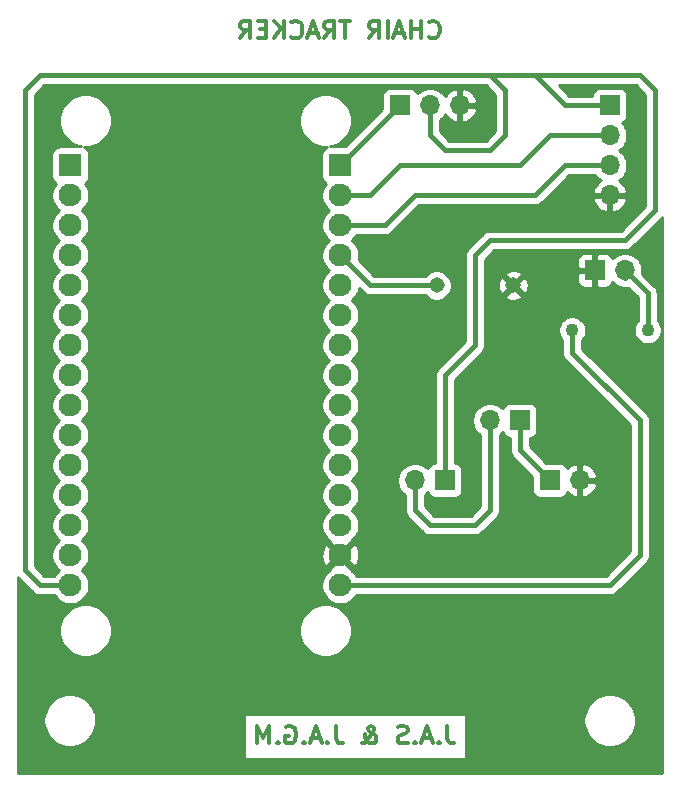
<source format=gbr>
%TF.GenerationSoftware,KiCad,Pcbnew,(5.1.12)-1*%
%TF.CreationDate,2021-12-20T17:02:30+01:00*%
%TF.ProjectId,PCB_Chair_tracker,5043425f-4368-4616-9972-5f747261636b,rev?*%
%TF.SameCoordinates,Original*%
%TF.FileFunction,Copper,L2,Bot*%
%TF.FilePolarity,Positive*%
%FSLAX46Y46*%
G04 Gerber Fmt 4.6, Leading zero omitted, Abs format (unit mm)*
G04 Created by KiCad (PCBNEW (5.1.12)-1) date 2021-12-20 17:02:30*
%MOMM*%
%LPD*%
G01*
G04 APERTURE LIST*
%TA.AperFunction,NonConductor*%
%ADD10C,0.300000*%
%TD*%
%TA.AperFunction,ComponentPad*%
%ADD11R,1.700000X1.700000*%
%TD*%
%TA.AperFunction,ComponentPad*%
%ADD12O,1.700000X1.700000*%
%TD*%
%TA.AperFunction,ComponentPad*%
%ADD13R,1.930000X1.930000*%
%TD*%
%TA.AperFunction,ComponentPad*%
%ADD14C,1.930000*%
%TD*%
%TA.AperFunction,ComponentPad*%
%ADD15C,1.308000*%
%TD*%
%TA.AperFunction,ComponentPad*%
%ADD16C,1.100000*%
%TD*%
%TA.AperFunction,Conductor*%
%ADD17C,0.406400*%
%TD*%
%TA.AperFunction,Conductor*%
%ADD18C,0.254000*%
%TD*%
%TA.AperFunction,Conductor*%
%ADD19C,0.100000*%
%TD*%
G04 APERTURE END LIST*
D10*
X153871428Y-118558571D02*
X153871428Y-119630000D01*
X153942857Y-119844285D01*
X154085714Y-119987142D01*
X154300000Y-120058571D01*
X154442857Y-120058571D01*
X153157142Y-119915714D02*
X153085714Y-119987142D01*
X153157142Y-120058571D01*
X153228571Y-119987142D01*
X153157142Y-119915714D01*
X153157142Y-120058571D01*
X152514285Y-119630000D02*
X151800000Y-119630000D01*
X152657142Y-120058571D02*
X152157142Y-118558571D01*
X151657142Y-120058571D01*
X151157142Y-119915714D02*
X151085714Y-119987142D01*
X151157142Y-120058571D01*
X151228571Y-119987142D01*
X151157142Y-119915714D01*
X151157142Y-120058571D01*
X150514285Y-119987142D02*
X150300000Y-120058571D01*
X149942857Y-120058571D01*
X149800000Y-119987142D01*
X149728571Y-119915714D01*
X149657142Y-119772857D01*
X149657142Y-119630000D01*
X149728571Y-119487142D01*
X149800000Y-119415714D01*
X149942857Y-119344285D01*
X150228571Y-119272857D01*
X150371428Y-119201428D01*
X150442857Y-119130000D01*
X150514285Y-118987142D01*
X150514285Y-118844285D01*
X150442857Y-118701428D01*
X150371428Y-118630000D01*
X150228571Y-118558571D01*
X149871428Y-118558571D01*
X149657142Y-118630000D01*
X146657142Y-120058571D02*
X146728571Y-120058571D01*
X146871428Y-119987142D01*
X147085714Y-119772857D01*
X147442857Y-119344285D01*
X147585714Y-119130000D01*
X147657142Y-118915714D01*
X147657142Y-118772857D01*
X147585714Y-118630000D01*
X147442857Y-118558571D01*
X147371428Y-118558571D01*
X147228571Y-118630000D01*
X147157142Y-118772857D01*
X147157142Y-118844285D01*
X147228571Y-118987142D01*
X147300000Y-119058571D01*
X147728571Y-119344285D01*
X147800000Y-119415714D01*
X147871428Y-119558571D01*
X147871428Y-119772857D01*
X147800000Y-119915714D01*
X147728571Y-119987142D01*
X147585714Y-120058571D01*
X147371428Y-120058571D01*
X147228571Y-119987142D01*
X147157142Y-119915714D01*
X146942857Y-119630000D01*
X146871428Y-119415714D01*
X146871428Y-119272857D01*
X144442857Y-118558571D02*
X144442857Y-119630000D01*
X144514285Y-119844285D01*
X144657142Y-119987142D01*
X144871428Y-120058571D01*
X145014285Y-120058571D01*
X143728571Y-119915714D02*
X143657142Y-119987142D01*
X143728571Y-120058571D01*
X143800000Y-119987142D01*
X143728571Y-119915714D01*
X143728571Y-120058571D01*
X143085714Y-119630000D02*
X142371428Y-119630000D01*
X143228571Y-120058571D02*
X142728571Y-118558571D01*
X142228571Y-120058571D01*
X141728571Y-119915714D02*
X141657142Y-119987142D01*
X141728571Y-120058571D01*
X141800000Y-119987142D01*
X141728571Y-119915714D01*
X141728571Y-120058571D01*
X140228571Y-118630000D02*
X140371428Y-118558571D01*
X140585714Y-118558571D01*
X140800000Y-118630000D01*
X140942857Y-118772857D01*
X141014285Y-118915714D01*
X141085714Y-119201428D01*
X141085714Y-119415714D01*
X141014285Y-119701428D01*
X140942857Y-119844285D01*
X140800000Y-119987142D01*
X140585714Y-120058571D01*
X140442857Y-120058571D01*
X140228571Y-119987142D01*
X140157142Y-119915714D01*
X140157142Y-119415714D01*
X140442857Y-119415714D01*
X139514285Y-119915714D02*
X139442857Y-119987142D01*
X139514285Y-120058571D01*
X139585714Y-119987142D01*
X139514285Y-119915714D01*
X139514285Y-120058571D01*
X138800000Y-120058571D02*
X138800000Y-118558571D01*
X138300000Y-119630000D01*
X137800000Y-118558571D01*
X137800000Y-120058571D01*
X152315714Y-60225714D02*
X152387142Y-60297142D01*
X152601428Y-60368571D01*
X152744285Y-60368571D01*
X152958571Y-60297142D01*
X153101428Y-60154285D01*
X153172857Y-60011428D01*
X153244285Y-59725714D01*
X153244285Y-59511428D01*
X153172857Y-59225714D01*
X153101428Y-59082857D01*
X152958571Y-58940000D01*
X152744285Y-58868571D01*
X152601428Y-58868571D01*
X152387142Y-58940000D01*
X152315714Y-59011428D01*
X151672857Y-60368571D02*
X151672857Y-58868571D01*
X151672857Y-59582857D02*
X150815714Y-59582857D01*
X150815714Y-60368571D02*
X150815714Y-58868571D01*
X150172857Y-59940000D02*
X149458571Y-59940000D01*
X150315714Y-60368571D02*
X149815714Y-58868571D01*
X149315714Y-60368571D01*
X148815714Y-60368571D02*
X148815714Y-58868571D01*
X147244285Y-60368571D02*
X147744285Y-59654285D01*
X148101428Y-60368571D02*
X148101428Y-58868571D01*
X147530000Y-58868571D01*
X147387142Y-58940000D01*
X147315714Y-59011428D01*
X147244285Y-59154285D01*
X147244285Y-59368571D01*
X147315714Y-59511428D01*
X147387142Y-59582857D01*
X147530000Y-59654285D01*
X148101428Y-59654285D01*
X145672857Y-58868571D02*
X144815714Y-58868571D01*
X145244285Y-60368571D02*
X145244285Y-58868571D01*
X143458571Y-60368571D02*
X143958571Y-59654285D01*
X144315714Y-60368571D02*
X144315714Y-58868571D01*
X143744285Y-58868571D01*
X143601428Y-58940000D01*
X143530000Y-59011428D01*
X143458571Y-59154285D01*
X143458571Y-59368571D01*
X143530000Y-59511428D01*
X143601428Y-59582857D01*
X143744285Y-59654285D01*
X144315714Y-59654285D01*
X142887142Y-59940000D02*
X142172857Y-59940000D01*
X143030000Y-60368571D02*
X142530000Y-58868571D01*
X142030000Y-60368571D01*
X140672857Y-60225714D02*
X140744285Y-60297142D01*
X140958571Y-60368571D01*
X141101428Y-60368571D01*
X141315714Y-60297142D01*
X141458571Y-60154285D01*
X141530000Y-60011428D01*
X141601428Y-59725714D01*
X141601428Y-59511428D01*
X141530000Y-59225714D01*
X141458571Y-59082857D01*
X141315714Y-58940000D01*
X141101428Y-58868571D01*
X140958571Y-58868571D01*
X140744285Y-58940000D01*
X140672857Y-59011428D01*
X140030000Y-60368571D02*
X140030000Y-58868571D01*
X139172857Y-60368571D02*
X139815714Y-59511428D01*
X139172857Y-58868571D02*
X140030000Y-59725714D01*
X138530000Y-59582857D02*
X138030000Y-59582857D01*
X137815714Y-60368571D02*
X138530000Y-60368571D01*
X138530000Y-58868571D01*
X137815714Y-58868571D01*
X136315714Y-60368571D02*
X136815714Y-59654285D01*
X137172857Y-60368571D02*
X137172857Y-58868571D01*
X136601428Y-58868571D01*
X136458571Y-58940000D01*
X136387142Y-59011428D01*
X136315714Y-59154285D01*
X136315714Y-59368571D01*
X136387142Y-59511428D01*
X136458571Y-59582857D01*
X136601428Y-59654285D01*
X137172857Y-59654285D01*
D11*
%TO.P,tp2,1*%
%TO.N,/VIN*%
X153670000Y-97790000D03*
D12*
%TO.P,tp2,2*%
%TO.N,/B+*%
X151130000Y-97790000D03*
%TD*%
D13*
%TO.P,ESP1,J1_1*%
%TO.N,N/C*%
X121960001Y-71120000D03*
D14*
%TO.P,ESP1,J1_2*%
X121960001Y-73660000D03*
%TO.P,ESP1,J1_3*%
X121960001Y-76200000D03*
%TO.P,ESP1,J1_4*%
X121960001Y-78740000D03*
%TO.P,ESP1,J1_5*%
X121960001Y-81280000D03*
%TO.P,ESP1,J1_6*%
X121960001Y-83820000D03*
%TO.P,ESP1,J1_7*%
X121960001Y-86360000D03*
%TO.P,ESP1,J1_8*%
X121960001Y-88900000D03*
%TO.P,ESP1,J1_9*%
X121960001Y-91440000D03*
%TO.P,ESP1,J1_10*%
X121960001Y-93980000D03*
%TO.P,ESP1,J1_11*%
X121960001Y-96520000D03*
%TO.P,ESP1,J1_12*%
X121960001Y-99060000D03*
%TO.P,ESP1,J1_13*%
X121960001Y-101600000D03*
%TO.P,ESP1,J1_14*%
X121960001Y-104140000D03*
%TO.P,ESP1,J1_15*%
%TO.N,/VIN*%
X121960001Y-106680000D03*
D13*
%TO.P,ESP1,J2_1*%
%TO.N,/VIBRADOR_PIN*%
X144820001Y-71120000D03*
D14*
%TO.P,ESP1,J2_2*%
%TO.N,/TRIGGER_PIN*%
X144820001Y-73660000D03*
%TO.P,ESP1,J2_3*%
%TO.N,/ECHO_PIN*%
X144820001Y-76200000D03*
%TO.P,ESP1,J2_4*%
%TO.N,/ALARMA_PIN*%
X144820001Y-78740000D03*
%TO.P,ESP1,J2_5*%
%TO.N,N/C*%
X144820001Y-81280000D03*
%TO.P,ESP1,J2_6*%
X144820001Y-83820000D03*
%TO.P,ESP1,J2_7*%
X144820001Y-86360000D03*
%TO.P,ESP1,J2_8*%
X144820001Y-88900000D03*
%TO.P,ESP1,J2_9*%
X144820001Y-91440000D03*
%TO.P,ESP1,J2_10*%
X144820001Y-93980000D03*
%TO.P,ESP1,J2_11*%
X144820001Y-96520000D03*
%TO.P,ESP1,J2_12*%
X144820001Y-99060000D03*
%TO.P,ESP1,J2_13*%
X144820001Y-101600000D03*
%TO.P,ESP1,J2_14*%
%TO.N,/GND*%
X144820001Y-104140000D03*
%TO.P,ESP1,J2_15*%
%TO.N,/3V3*%
X144820001Y-106680000D03*
%TD*%
D11*
%TO.P,Prox1,1*%
%TO.N,/VIN*%
X167640000Y-66040000D03*
D12*
%TO.P,Prox1,2*%
%TO.N,/TRIGGER_PIN*%
X167640000Y-68580000D03*
%TO.P,Prox1,3*%
%TO.N,/ECHO_PIN*%
X167640000Y-71120000D03*
%TO.P,Prox1,4*%
%TO.N,/GND*%
X167640000Y-73660000D03*
%TD*%
D11*
%TO.P,Vib1,1*%
%TO.N,/VIBRADOR_PIN*%
X149860000Y-66040000D03*
D12*
%TO.P,Vib1,2*%
%TO.N,/VIN*%
X152400000Y-66040000D03*
%TO.P,Vib1,3*%
%TO.N,/GND*%
X154940000Y-66040000D03*
%TD*%
D11*
%TO.P,bat1,1*%
%TO.N,/B-*%
X160020000Y-92710000D03*
D12*
%TO.P,bat1,2*%
%TO.N,/B+*%
X157480000Y-92710000D03*
%TD*%
%TO.P,tp1,2*%
%TO.N,/GND*%
X165100000Y-97790000D03*
D11*
%TO.P,tp1,1*%
%TO.N,/B-*%
X162560000Y-97790000D03*
%TD*%
D12*
%TO.P,led1,2*%
%TO.N,Net-(R1-Pad2)*%
X168910000Y-80010000D03*
D11*
%TO.P,led1,1*%
%TO.N,/GND*%
X166370000Y-80010000D03*
%TD*%
D15*
%TO.P,Alt1,P*%
%TO.N,/ALARMA_PIN*%
X152960000Y-81280000D03*
%TO.P,Alt1,N*%
%TO.N,/GND*%
X159460000Y-81280000D03*
%TD*%
D16*
%TO.P,R1,1*%
%TO.N,/3V3*%
X164440000Y-85090000D03*
%TO.P,R1,2*%
%TO.N,Net-(R1-Pad2)*%
X170840000Y-85090000D03*
%TD*%
D17*
%TO.N,/VIN*%
X156210000Y-78740000D02*
X156210000Y-86360000D01*
X157480000Y-77470000D02*
X156210000Y-78740000D01*
X168910000Y-77470000D02*
X157480000Y-77470000D01*
X171450000Y-74930000D02*
X168910000Y-77470000D01*
X171450000Y-64770000D02*
X171450000Y-74930000D01*
X156210000Y-86360000D02*
X153670000Y-88900000D01*
X170180000Y-63500000D02*
X171450000Y-64770000D01*
X118110000Y-64770000D02*
X119380000Y-63500000D01*
X153670000Y-88900000D02*
X153670000Y-97790000D01*
X118110000Y-105410000D02*
X118110000Y-64770000D01*
X119380000Y-106680000D02*
X118110000Y-105410000D01*
X121960001Y-106680000D02*
X119380000Y-106680000D01*
X157480000Y-63500000D02*
X158750000Y-64770000D01*
X119380000Y-63500000D02*
X157480000Y-63500000D01*
X158750000Y-64770000D02*
X158750000Y-68580000D01*
X158750000Y-68580000D02*
X157480000Y-69850000D01*
X157480000Y-69850000D02*
X153670000Y-69850000D01*
X153670000Y-69850000D02*
X152400000Y-68580000D01*
X152400000Y-68580000D02*
X152400000Y-66040000D01*
X157480000Y-63500000D02*
X161290000Y-63500000D01*
X161290000Y-63500000D02*
X170180000Y-63500000D01*
X163830000Y-66040000D02*
X167640000Y-66040000D01*
X161290000Y-63500000D02*
X163830000Y-66040000D01*
%TO.N,/VIBRADOR_PIN*%
X144820001Y-71079999D02*
X149860000Y-66040000D01*
X144820001Y-71120000D02*
X144820001Y-71079999D01*
%TO.N,/TRIGGER_PIN*%
X144820001Y-73660000D02*
X147320000Y-73660000D01*
X147320000Y-73660000D02*
X149860000Y-71120000D01*
X149860000Y-71120000D02*
X160020000Y-71120000D01*
X162560000Y-68580000D02*
X167640000Y-68580000D01*
X160020000Y-71120000D02*
X162560000Y-68580000D01*
%TO.N,/ECHO_PIN*%
X163830000Y-71120000D02*
X167640000Y-71120000D01*
X161290000Y-73660000D02*
X163830000Y-71120000D01*
X151130000Y-73660000D02*
X161290000Y-73660000D01*
X148590000Y-76200000D02*
X151130000Y-73660000D01*
X144820001Y-76200000D02*
X148590000Y-76200000D01*
%TO.N,/ALARMA_PIN*%
X147360001Y-81280000D02*
X144820001Y-78740000D01*
X152960000Y-81280000D02*
X147360001Y-81280000D01*
%TO.N,/3V3*%
X167640000Y-106680000D02*
X144820001Y-106680000D01*
X170180000Y-104140000D02*
X167640000Y-106680000D01*
X170180000Y-92710000D02*
X170180000Y-104140000D01*
X164440000Y-86970000D02*
X170180000Y-92710000D01*
X164440000Y-85090000D02*
X164440000Y-86970000D01*
%TO.N,/B-*%
X160020000Y-95250000D02*
X162560000Y-97790000D01*
X160020000Y-92710000D02*
X160020000Y-95250000D01*
%TO.N,/B+*%
X151130000Y-97790000D02*
X151130000Y-100330000D01*
X151130000Y-100330000D02*
X152400000Y-101600000D01*
X152400000Y-101600000D02*
X156210000Y-101600000D01*
X156210000Y-101600000D02*
X157480000Y-100330000D01*
X157480000Y-100330000D02*
X157480000Y-92710000D01*
%TO.N,Net-(R1-Pad2)*%
X168910000Y-80620000D02*
X168910000Y-80010000D01*
X170840000Y-81940000D02*
X168910000Y-80010000D01*
X170840000Y-85090000D02*
X170840000Y-81940000D01*
%TD*%
D18*
%TO.N,/GND*%
X157911800Y-65117194D02*
X157911801Y-68232805D01*
X157132807Y-69011800D01*
X154017194Y-69011800D01*
X153238200Y-68232807D01*
X153238200Y-67265927D01*
X153346632Y-67193475D01*
X153553475Y-66986632D01*
X153675195Y-66804466D01*
X153744822Y-66921355D01*
X153939731Y-67137588D01*
X154173080Y-67311641D01*
X154435901Y-67436825D01*
X154583110Y-67481476D01*
X154813000Y-67360155D01*
X154813000Y-66167000D01*
X155067000Y-66167000D01*
X155067000Y-67360155D01*
X155296890Y-67481476D01*
X155444099Y-67436825D01*
X155706920Y-67311641D01*
X155940269Y-67137588D01*
X156135178Y-66921355D01*
X156284157Y-66671252D01*
X156381481Y-66396891D01*
X156260814Y-66167000D01*
X155067000Y-66167000D01*
X154813000Y-66167000D01*
X154793000Y-66167000D01*
X154793000Y-65913000D01*
X154813000Y-65913000D01*
X154813000Y-64719845D01*
X155067000Y-64719845D01*
X155067000Y-65913000D01*
X156260814Y-65913000D01*
X156381481Y-65683109D01*
X156284157Y-65408748D01*
X156135178Y-65158645D01*
X155940269Y-64942412D01*
X155706920Y-64768359D01*
X155444099Y-64643175D01*
X155296890Y-64598524D01*
X155067000Y-64719845D01*
X154813000Y-64719845D01*
X154583110Y-64598524D01*
X154435901Y-64643175D01*
X154173080Y-64768359D01*
X153939731Y-64942412D01*
X153744822Y-65158645D01*
X153675195Y-65275534D01*
X153553475Y-65093368D01*
X153346632Y-64886525D01*
X153103411Y-64724010D01*
X152833158Y-64612068D01*
X152546260Y-64555000D01*
X152253740Y-64555000D01*
X151966842Y-64612068D01*
X151696589Y-64724010D01*
X151453368Y-64886525D01*
X151321513Y-65018380D01*
X151299502Y-64945820D01*
X151240537Y-64835506D01*
X151161185Y-64738815D01*
X151064494Y-64659463D01*
X150954180Y-64600498D01*
X150834482Y-64564188D01*
X150710000Y-64551928D01*
X149010000Y-64551928D01*
X148885518Y-64564188D01*
X148765820Y-64600498D01*
X148655506Y-64659463D01*
X148558815Y-64738815D01*
X148479463Y-64835506D01*
X148420498Y-64945820D01*
X148384188Y-65065518D01*
X148371928Y-65190000D01*
X148371928Y-66342678D01*
X145197679Y-69516928D01*
X143911256Y-69516928D01*
X144201926Y-69459110D01*
X144608670Y-69290631D01*
X144974730Y-69046038D01*
X145286039Y-68734729D01*
X145530632Y-68368669D01*
X145699111Y-67961925D01*
X145785001Y-67530128D01*
X145785001Y-67089872D01*
X145699111Y-66658075D01*
X145530632Y-66251331D01*
X145286039Y-65885271D01*
X144974730Y-65573962D01*
X144608670Y-65329369D01*
X144201926Y-65160890D01*
X143770129Y-65075000D01*
X143329873Y-65075000D01*
X142898076Y-65160890D01*
X142491332Y-65329369D01*
X142125272Y-65573962D01*
X141813963Y-65885271D01*
X141569370Y-66251331D01*
X141400891Y-66658075D01*
X141315001Y-67089872D01*
X141315001Y-67530128D01*
X141400891Y-67961925D01*
X141569370Y-68368669D01*
X141813963Y-68734729D01*
X142125272Y-69046038D01*
X142491332Y-69290631D01*
X142898076Y-69459110D01*
X143329873Y-69545000D01*
X143678394Y-69545000D01*
X143610821Y-69565498D01*
X143500507Y-69624463D01*
X143403816Y-69703815D01*
X143324464Y-69800506D01*
X143265499Y-69910820D01*
X143229189Y-70030518D01*
X143216929Y-70155000D01*
X143216929Y-72085000D01*
X143229189Y-72209482D01*
X143265499Y-72329180D01*
X143324464Y-72439494D01*
X143403816Y-72536185D01*
X143500507Y-72615537D01*
X143569090Y-72652196D01*
X143402099Y-72902116D01*
X143281488Y-73193297D01*
X143220001Y-73502414D01*
X143220001Y-73817586D01*
X143281488Y-74126703D01*
X143402099Y-74417884D01*
X143577200Y-74679941D01*
X143800060Y-74902801D01*
X143840766Y-74930000D01*
X143800060Y-74957199D01*
X143577200Y-75180059D01*
X143402099Y-75442116D01*
X143281488Y-75733297D01*
X143220001Y-76042414D01*
X143220001Y-76357586D01*
X143281488Y-76666703D01*
X143402099Y-76957884D01*
X143577200Y-77219941D01*
X143800060Y-77442801D01*
X143840766Y-77470000D01*
X143800060Y-77497199D01*
X143577200Y-77720059D01*
X143402099Y-77982116D01*
X143281488Y-78273297D01*
X143220001Y-78582414D01*
X143220001Y-78897586D01*
X143281488Y-79206703D01*
X143402099Y-79497884D01*
X143577200Y-79759941D01*
X143800060Y-79982801D01*
X143840766Y-80010000D01*
X143800060Y-80037199D01*
X143577200Y-80260059D01*
X143402099Y-80522116D01*
X143281488Y-80813297D01*
X143220001Y-81122414D01*
X143220001Y-81437586D01*
X143281488Y-81746703D01*
X143402099Y-82037884D01*
X143577200Y-82299941D01*
X143800060Y-82522801D01*
X143840766Y-82550000D01*
X143800060Y-82577199D01*
X143577200Y-82800059D01*
X143402099Y-83062116D01*
X143281488Y-83353297D01*
X143220001Y-83662414D01*
X143220001Y-83977586D01*
X143281488Y-84286703D01*
X143402099Y-84577884D01*
X143577200Y-84839941D01*
X143800060Y-85062801D01*
X143840766Y-85090000D01*
X143800060Y-85117199D01*
X143577200Y-85340059D01*
X143402099Y-85602116D01*
X143281488Y-85893297D01*
X143220001Y-86202414D01*
X143220001Y-86517586D01*
X143281488Y-86826703D01*
X143402099Y-87117884D01*
X143577200Y-87379941D01*
X143800060Y-87602801D01*
X143840766Y-87630000D01*
X143800060Y-87657199D01*
X143577200Y-87880059D01*
X143402099Y-88142116D01*
X143281488Y-88433297D01*
X143220001Y-88742414D01*
X143220001Y-89057586D01*
X143281488Y-89366703D01*
X143402099Y-89657884D01*
X143577200Y-89919941D01*
X143800060Y-90142801D01*
X143840766Y-90170000D01*
X143800060Y-90197199D01*
X143577200Y-90420059D01*
X143402099Y-90682116D01*
X143281488Y-90973297D01*
X143220001Y-91282414D01*
X143220001Y-91597586D01*
X143281488Y-91906703D01*
X143402099Y-92197884D01*
X143577200Y-92459941D01*
X143800060Y-92682801D01*
X143840766Y-92710000D01*
X143800060Y-92737199D01*
X143577200Y-92960059D01*
X143402099Y-93222116D01*
X143281488Y-93513297D01*
X143220001Y-93822414D01*
X143220001Y-94137586D01*
X143281488Y-94446703D01*
X143402099Y-94737884D01*
X143577200Y-94999941D01*
X143800060Y-95222801D01*
X143840766Y-95250000D01*
X143800060Y-95277199D01*
X143577200Y-95500059D01*
X143402099Y-95762116D01*
X143281488Y-96053297D01*
X143220001Y-96362414D01*
X143220001Y-96677586D01*
X143281488Y-96986703D01*
X143402099Y-97277884D01*
X143577200Y-97539941D01*
X143800060Y-97762801D01*
X143840766Y-97790000D01*
X143800060Y-97817199D01*
X143577200Y-98040059D01*
X143402099Y-98302116D01*
X143281488Y-98593297D01*
X143220001Y-98902414D01*
X143220001Y-99217586D01*
X143281488Y-99526703D01*
X143402099Y-99817884D01*
X143577200Y-100079941D01*
X143800060Y-100302801D01*
X143840766Y-100330000D01*
X143800060Y-100357199D01*
X143577200Y-100580059D01*
X143402099Y-100842116D01*
X143281488Y-101133297D01*
X143220001Y-101442414D01*
X143220001Y-101757586D01*
X143281488Y-102066703D01*
X143402099Y-102357884D01*
X143577200Y-102619941D01*
X143800060Y-102842801D01*
X143925320Y-102926497D01*
X143889154Y-103029548D01*
X144820001Y-103960395D01*
X145750848Y-103029548D01*
X145714682Y-102926497D01*
X145839942Y-102842801D01*
X146062802Y-102619941D01*
X146237903Y-102357884D01*
X146358514Y-102066703D01*
X146420001Y-101757586D01*
X146420001Y-101442414D01*
X146358514Y-101133297D01*
X146237903Y-100842116D01*
X146062802Y-100580059D01*
X145839942Y-100357199D01*
X145799236Y-100330000D01*
X145839942Y-100302801D01*
X146062802Y-100079941D01*
X146237903Y-99817884D01*
X146358514Y-99526703D01*
X146420001Y-99217586D01*
X146420001Y-98902414D01*
X146358514Y-98593297D01*
X146237903Y-98302116D01*
X146062802Y-98040059D01*
X145839942Y-97817199D01*
X145799236Y-97790000D01*
X145839942Y-97762801D01*
X146062802Y-97539941D01*
X146237903Y-97277884D01*
X146358514Y-96986703D01*
X146420001Y-96677586D01*
X146420001Y-96362414D01*
X146358514Y-96053297D01*
X146237903Y-95762116D01*
X146062802Y-95500059D01*
X145839942Y-95277199D01*
X145799236Y-95250000D01*
X145839942Y-95222801D01*
X146062802Y-94999941D01*
X146237903Y-94737884D01*
X146358514Y-94446703D01*
X146420001Y-94137586D01*
X146420001Y-93822414D01*
X146358514Y-93513297D01*
X146237903Y-93222116D01*
X146062802Y-92960059D01*
X145839942Y-92737199D01*
X145799236Y-92710000D01*
X145839942Y-92682801D01*
X146062802Y-92459941D01*
X146237903Y-92197884D01*
X146358514Y-91906703D01*
X146420001Y-91597586D01*
X146420001Y-91282414D01*
X146358514Y-90973297D01*
X146237903Y-90682116D01*
X146062802Y-90420059D01*
X145839942Y-90197199D01*
X145799236Y-90170000D01*
X145839942Y-90142801D01*
X146062802Y-89919941D01*
X146237903Y-89657884D01*
X146358514Y-89366703D01*
X146420001Y-89057586D01*
X146420001Y-88742414D01*
X146358514Y-88433297D01*
X146237903Y-88142116D01*
X146062802Y-87880059D01*
X145839942Y-87657199D01*
X145799236Y-87630000D01*
X145839942Y-87602801D01*
X146062802Y-87379941D01*
X146237903Y-87117884D01*
X146358514Y-86826703D01*
X146420001Y-86517586D01*
X146420001Y-86202414D01*
X146358514Y-85893297D01*
X146237903Y-85602116D01*
X146062802Y-85340059D01*
X145839942Y-85117199D01*
X145799236Y-85090000D01*
X145839942Y-85062801D01*
X146062802Y-84839941D01*
X146237903Y-84577884D01*
X146358514Y-84286703D01*
X146420001Y-83977586D01*
X146420001Y-83662414D01*
X146358514Y-83353297D01*
X146237903Y-83062116D01*
X146062802Y-82800059D01*
X145839942Y-82577199D01*
X145799236Y-82550000D01*
X145839942Y-82522801D01*
X146062802Y-82299941D01*
X146237903Y-82037884D01*
X146358514Y-81746703D01*
X146405433Y-81510826D01*
X146738195Y-81843588D01*
X146764437Y-81875564D01*
X146796413Y-81901806D01*
X146796415Y-81901808D01*
X146842951Y-81939999D01*
X146892069Y-81980309D01*
X147037684Y-82058142D01*
X147195685Y-82106071D01*
X147318831Y-82118200D01*
X147318840Y-82118200D01*
X147360000Y-82122254D01*
X147401160Y-82118200D01*
X151975278Y-82118200D01*
X152138310Y-82281232D01*
X152349430Y-82422297D01*
X152584013Y-82519465D01*
X152833045Y-82569000D01*
X153086955Y-82569000D01*
X153335987Y-82519465D01*
X153570570Y-82422297D01*
X153781690Y-82281232D01*
X153961232Y-82101690D01*
X154102297Y-81890570D01*
X154199465Y-81655987D01*
X154249000Y-81406955D01*
X154249000Y-81153045D01*
X154199465Y-80904013D01*
X154102297Y-80669430D01*
X153961232Y-80458310D01*
X153781690Y-80278768D01*
X153570570Y-80137703D01*
X153335987Y-80040535D01*
X153086955Y-79991000D01*
X152833045Y-79991000D01*
X152584013Y-80040535D01*
X152349430Y-80137703D01*
X152138310Y-80278768D01*
X151975278Y-80441800D01*
X147707195Y-80441800D01*
X146377359Y-79111964D01*
X146420001Y-78897586D01*
X146420001Y-78582414D01*
X146358514Y-78273297D01*
X146237903Y-77982116D01*
X146062802Y-77720059D01*
X145839942Y-77497199D01*
X145799236Y-77470000D01*
X145839942Y-77442801D01*
X146062802Y-77219941D01*
X146184238Y-77038200D01*
X148548837Y-77038200D01*
X148590000Y-77042254D01*
X148631163Y-77038200D01*
X148631170Y-77038200D01*
X148754316Y-77026071D01*
X148912317Y-76978142D01*
X149057932Y-76900309D01*
X149185564Y-76795564D01*
X149211811Y-76763582D01*
X151477194Y-74498200D01*
X161248837Y-74498200D01*
X161290000Y-74502254D01*
X161331163Y-74498200D01*
X161331170Y-74498200D01*
X161454316Y-74486071D01*
X161612317Y-74438142D01*
X161757932Y-74360309D01*
X161885564Y-74255564D01*
X161911811Y-74223582D01*
X162118503Y-74016890D01*
X166198524Y-74016890D01*
X166243175Y-74164099D01*
X166368359Y-74426920D01*
X166542412Y-74660269D01*
X166758645Y-74855178D01*
X167008748Y-75004157D01*
X167283109Y-75101481D01*
X167513000Y-74980814D01*
X167513000Y-73787000D01*
X167767000Y-73787000D01*
X167767000Y-74980814D01*
X167996891Y-75101481D01*
X168271252Y-75004157D01*
X168521355Y-74855178D01*
X168737588Y-74660269D01*
X168911641Y-74426920D01*
X169036825Y-74164099D01*
X169081476Y-74016890D01*
X168960155Y-73787000D01*
X167767000Y-73787000D01*
X167513000Y-73787000D01*
X166319845Y-73787000D01*
X166198524Y-74016890D01*
X162118503Y-74016890D01*
X164177194Y-71958200D01*
X166414073Y-71958200D01*
X166486525Y-72066632D01*
X166693368Y-72273475D01*
X166875534Y-72395195D01*
X166758645Y-72464822D01*
X166542412Y-72659731D01*
X166368359Y-72893080D01*
X166243175Y-73155901D01*
X166198524Y-73303110D01*
X166319845Y-73533000D01*
X167513000Y-73533000D01*
X167513000Y-73513000D01*
X167767000Y-73513000D01*
X167767000Y-73533000D01*
X168960155Y-73533000D01*
X169081476Y-73303110D01*
X169036825Y-73155901D01*
X168911641Y-72893080D01*
X168737588Y-72659731D01*
X168521355Y-72464822D01*
X168404466Y-72395195D01*
X168586632Y-72273475D01*
X168793475Y-72066632D01*
X168955990Y-71823411D01*
X169067932Y-71553158D01*
X169125000Y-71266260D01*
X169125000Y-70973740D01*
X169067932Y-70686842D01*
X168955990Y-70416589D01*
X168793475Y-70173368D01*
X168586632Y-69966525D01*
X168412240Y-69850000D01*
X168586632Y-69733475D01*
X168793475Y-69526632D01*
X168955990Y-69283411D01*
X169067932Y-69013158D01*
X169125000Y-68726260D01*
X169125000Y-68433740D01*
X169067932Y-68146842D01*
X168955990Y-67876589D01*
X168793475Y-67633368D01*
X168661620Y-67501513D01*
X168734180Y-67479502D01*
X168844494Y-67420537D01*
X168941185Y-67341185D01*
X169020537Y-67244494D01*
X169079502Y-67134180D01*
X169115812Y-67014482D01*
X169128072Y-66890000D01*
X169128072Y-65190000D01*
X169115812Y-65065518D01*
X169079502Y-64945820D01*
X169020537Y-64835506D01*
X168941185Y-64738815D01*
X168844494Y-64659463D01*
X168734180Y-64600498D01*
X168614482Y-64564188D01*
X168490000Y-64551928D01*
X166790000Y-64551928D01*
X166665518Y-64564188D01*
X166545820Y-64600498D01*
X166435506Y-64659463D01*
X166338815Y-64738815D01*
X166259463Y-64835506D01*
X166200498Y-64945820D01*
X166164188Y-65065518D01*
X166151928Y-65190000D01*
X166151928Y-65201800D01*
X164177194Y-65201800D01*
X163313594Y-64338200D01*
X169832807Y-64338200D01*
X170611800Y-65117194D01*
X170611801Y-74582805D01*
X168562807Y-76631800D01*
X157521159Y-76631800D01*
X157479999Y-76627746D01*
X157438839Y-76631800D01*
X157438830Y-76631800D01*
X157315684Y-76643929D01*
X157157683Y-76691858D01*
X157012068Y-76769691D01*
X156884436Y-76874436D01*
X156858193Y-76906413D01*
X155646418Y-78118189D01*
X155614436Y-78144436D01*
X155509691Y-78272069D01*
X155431858Y-78417684D01*
X155383929Y-78575685D01*
X155371800Y-78698831D01*
X155371800Y-78698837D01*
X155367746Y-78740000D01*
X155371800Y-78781163D01*
X155371801Y-86012805D01*
X153106418Y-88278189D01*
X153074436Y-88304436D01*
X152969691Y-88432069D01*
X152891858Y-88577684D01*
X152843929Y-88735685D01*
X152831800Y-88858831D01*
X152831800Y-88858837D01*
X152827746Y-88900000D01*
X152831800Y-88941163D01*
X152831801Y-96301928D01*
X152820000Y-96301928D01*
X152695518Y-96314188D01*
X152575820Y-96350498D01*
X152465506Y-96409463D01*
X152368815Y-96488815D01*
X152289463Y-96585506D01*
X152230498Y-96695820D01*
X152208487Y-96768380D01*
X152076632Y-96636525D01*
X151833411Y-96474010D01*
X151563158Y-96362068D01*
X151276260Y-96305000D01*
X150983740Y-96305000D01*
X150696842Y-96362068D01*
X150426589Y-96474010D01*
X150183368Y-96636525D01*
X149976525Y-96843368D01*
X149814010Y-97086589D01*
X149702068Y-97356842D01*
X149645000Y-97643740D01*
X149645000Y-97936260D01*
X149702068Y-98223158D01*
X149814010Y-98493411D01*
X149976525Y-98736632D01*
X150183368Y-98943475D01*
X150291800Y-99015927D01*
X150291801Y-100288828D01*
X150287746Y-100330000D01*
X150303929Y-100494315D01*
X150351858Y-100652316D01*
X150429691Y-100797931D01*
X150449328Y-100821858D01*
X150534437Y-100925564D01*
X150566413Y-100951806D01*
X151778193Y-102163587D01*
X151804436Y-102195564D01*
X151932068Y-102300309D01*
X152077683Y-102378142D01*
X152235684Y-102426071D01*
X152358830Y-102438200D01*
X152358839Y-102438200D01*
X152399999Y-102442254D01*
X152441159Y-102438200D01*
X156168837Y-102438200D01*
X156210000Y-102442254D01*
X156251163Y-102438200D01*
X156251170Y-102438200D01*
X156374316Y-102426071D01*
X156532317Y-102378142D01*
X156677932Y-102300309D01*
X156805564Y-102195564D01*
X156831811Y-102163582D01*
X158043589Y-100951805D01*
X158075564Y-100925564D01*
X158180309Y-100797932D01*
X158258142Y-100652317D01*
X158306071Y-100494316D01*
X158318200Y-100371170D01*
X158318200Y-100371161D01*
X158322254Y-100330001D01*
X158318200Y-100288841D01*
X158318200Y-93935927D01*
X158426632Y-93863475D01*
X158558487Y-93731620D01*
X158580498Y-93804180D01*
X158639463Y-93914494D01*
X158718815Y-94011185D01*
X158815506Y-94090537D01*
X158925820Y-94149502D01*
X159045518Y-94185812D01*
X159170000Y-94198072D01*
X159181801Y-94198072D01*
X159181801Y-95208828D01*
X159177746Y-95250000D01*
X159193929Y-95414315D01*
X159241858Y-95572316D01*
X159319691Y-95717931D01*
X159319692Y-95717932D01*
X159424437Y-95845564D01*
X159456413Y-95871806D01*
X161071928Y-97487322D01*
X161071928Y-98640000D01*
X161084188Y-98764482D01*
X161120498Y-98884180D01*
X161179463Y-98994494D01*
X161258815Y-99091185D01*
X161355506Y-99170537D01*
X161465820Y-99229502D01*
X161585518Y-99265812D01*
X161710000Y-99278072D01*
X163410000Y-99278072D01*
X163534482Y-99265812D01*
X163654180Y-99229502D01*
X163764494Y-99170537D01*
X163861185Y-99091185D01*
X163940537Y-98994494D01*
X163999502Y-98884180D01*
X164023966Y-98803534D01*
X164099731Y-98887588D01*
X164333080Y-99061641D01*
X164595901Y-99186825D01*
X164743110Y-99231476D01*
X164973000Y-99110155D01*
X164973000Y-97917000D01*
X165227000Y-97917000D01*
X165227000Y-99110155D01*
X165456890Y-99231476D01*
X165604099Y-99186825D01*
X165866920Y-99061641D01*
X166100269Y-98887588D01*
X166295178Y-98671355D01*
X166444157Y-98421252D01*
X166541481Y-98146891D01*
X166420814Y-97917000D01*
X165227000Y-97917000D01*
X164973000Y-97917000D01*
X164953000Y-97917000D01*
X164953000Y-97663000D01*
X164973000Y-97663000D01*
X164973000Y-96469845D01*
X165227000Y-96469845D01*
X165227000Y-97663000D01*
X166420814Y-97663000D01*
X166541481Y-97433109D01*
X166444157Y-97158748D01*
X166295178Y-96908645D01*
X166100269Y-96692412D01*
X165866920Y-96518359D01*
X165604099Y-96393175D01*
X165456890Y-96348524D01*
X165227000Y-96469845D01*
X164973000Y-96469845D01*
X164743110Y-96348524D01*
X164595901Y-96393175D01*
X164333080Y-96518359D01*
X164099731Y-96692412D01*
X164023966Y-96776466D01*
X163999502Y-96695820D01*
X163940537Y-96585506D01*
X163861185Y-96488815D01*
X163764494Y-96409463D01*
X163654180Y-96350498D01*
X163534482Y-96314188D01*
X163410000Y-96301928D01*
X162257322Y-96301928D01*
X160858200Y-94902807D01*
X160858200Y-94198072D01*
X160870000Y-94198072D01*
X160994482Y-94185812D01*
X161114180Y-94149502D01*
X161224494Y-94090537D01*
X161321185Y-94011185D01*
X161400537Y-93914494D01*
X161459502Y-93804180D01*
X161495812Y-93684482D01*
X161508072Y-93560000D01*
X161508072Y-91860000D01*
X161495812Y-91735518D01*
X161459502Y-91615820D01*
X161400537Y-91505506D01*
X161321185Y-91408815D01*
X161224494Y-91329463D01*
X161114180Y-91270498D01*
X160994482Y-91234188D01*
X160870000Y-91221928D01*
X159170000Y-91221928D01*
X159045518Y-91234188D01*
X158925820Y-91270498D01*
X158815506Y-91329463D01*
X158718815Y-91408815D01*
X158639463Y-91505506D01*
X158580498Y-91615820D01*
X158558487Y-91688380D01*
X158426632Y-91556525D01*
X158183411Y-91394010D01*
X157913158Y-91282068D01*
X157626260Y-91225000D01*
X157333740Y-91225000D01*
X157046842Y-91282068D01*
X156776589Y-91394010D01*
X156533368Y-91556525D01*
X156326525Y-91763368D01*
X156164010Y-92006589D01*
X156052068Y-92276842D01*
X155995000Y-92563740D01*
X155995000Y-92856260D01*
X156052068Y-93143158D01*
X156164010Y-93413411D01*
X156326525Y-93656632D01*
X156533368Y-93863475D01*
X156641801Y-93935927D01*
X156641800Y-99982806D01*
X155862807Y-100761800D01*
X152747194Y-100761800D01*
X151968200Y-99982807D01*
X151968200Y-99015927D01*
X152076632Y-98943475D01*
X152208487Y-98811620D01*
X152230498Y-98884180D01*
X152289463Y-98994494D01*
X152368815Y-99091185D01*
X152465506Y-99170537D01*
X152575820Y-99229502D01*
X152695518Y-99265812D01*
X152820000Y-99278072D01*
X154520000Y-99278072D01*
X154644482Y-99265812D01*
X154764180Y-99229502D01*
X154874494Y-99170537D01*
X154971185Y-99091185D01*
X155050537Y-98994494D01*
X155109502Y-98884180D01*
X155145812Y-98764482D01*
X155158072Y-98640000D01*
X155158072Y-96940000D01*
X155145812Y-96815518D01*
X155109502Y-96695820D01*
X155050537Y-96585506D01*
X154971185Y-96488815D01*
X154874494Y-96409463D01*
X154764180Y-96350498D01*
X154644482Y-96314188D01*
X154520000Y-96301928D01*
X154508200Y-96301928D01*
X154508200Y-89247193D01*
X156773588Y-86981806D01*
X156805564Y-86955564D01*
X156910309Y-86827932D01*
X156988142Y-86682317D01*
X157036071Y-86524316D01*
X157048200Y-86401170D01*
X157048200Y-86401161D01*
X157052254Y-86360001D01*
X157048200Y-86318841D01*
X157048200Y-82168387D01*
X158751218Y-82168387D01*
X158805093Y-82397468D01*
X159035684Y-82503763D01*
X159282581Y-82563028D01*
X159536296Y-82572988D01*
X159787079Y-82533259D01*
X160025293Y-82445368D01*
X160114907Y-82397468D01*
X160168782Y-82168387D01*
X159460000Y-81459605D01*
X158751218Y-82168387D01*
X157048200Y-82168387D01*
X157048200Y-81356296D01*
X158167012Y-81356296D01*
X158206741Y-81607079D01*
X158294632Y-81845293D01*
X158342532Y-81934907D01*
X158571613Y-81988782D01*
X159280395Y-81280000D01*
X159639605Y-81280000D01*
X160348387Y-81988782D01*
X160577468Y-81934907D01*
X160683763Y-81704316D01*
X160743028Y-81457419D01*
X160752988Y-81203704D01*
X160713259Y-80952921D01*
X160678976Y-80860000D01*
X164881928Y-80860000D01*
X164894188Y-80984482D01*
X164930498Y-81104180D01*
X164989463Y-81214494D01*
X165068815Y-81311185D01*
X165165506Y-81390537D01*
X165275820Y-81449502D01*
X165395518Y-81485812D01*
X165520000Y-81498072D01*
X166084250Y-81495000D01*
X166243000Y-81336250D01*
X166243000Y-80137000D01*
X165043750Y-80137000D01*
X164885000Y-80295750D01*
X164881928Y-80860000D01*
X160678976Y-80860000D01*
X160625368Y-80714707D01*
X160577468Y-80625093D01*
X160348387Y-80571218D01*
X159639605Y-81280000D01*
X159280395Y-81280000D01*
X158571613Y-80571218D01*
X158342532Y-80625093D01*
X158236237Y-80855684D01*
X158176972Y-81102581D01*
X158167012Y-81356296D01*
X157048200Y-81356296D01*
X157048200Y-80391613D01*
X158751218Y-80391613D01*
X159460000Y-81100395D01*
X160168782Y-80391613D01*
X160114907Y-80162532D01*
X159884316Y-80056237D01*
X159637419Y-79996972D01*
X159383704Y-79987012D01*
X159132921Y-80026741D01*
X158894707Y-80114632D01*
X158805093Y-80162532D01*
X158751218Y-80391613D01*
X157048200Y-80391613D01*
X157048200Y-79160000D01*
X164881928Y-79160000D01*
X164885000Y-79724250D01*
X165043750Y-79883000D01*
X166243000Y-79883000D01*
X166243000Y-78683750D01*
X166497000Y-78683750D01*
X166497000Y-79883000D01*
X166517000Y-79883000D01*
X166517000Y-80137000D01*
X166497000Y-80137000D01*
X166497000Y-81336250D01*
X166655750Y-81495000D01*
X167220000Y-81498072D01*
X167344482Y-81485812D01*
X167464180Y-81449502D01*
X167574494Y-81390537D01*
X167671185Y-81311185D01*
X167750537Y-81214494D01*
X167809502Y-81104180D01*
X167831513Y-81031620D01*
X167963368Y-81163475D01*
X168206589Y-81325990D01*
X168476842Y-81437932D01*
X168763740Y-81495000D01*
X169056260Y-81495000D01*
X169184165Y-81469558D01*
X170001801Y-82287195D01*
X170001800Y-84252356D01*
X169919550Y-84334606D01*
X169789866Y-84528692D01*
X169700539Y-84744348D01*
X169655000Y-84973288D01*
X169655000Y-85206712D01*
X169700539Y-85435652D01*
X169789866Y-85651308D01*
X169919550Y-85845394D01*
X170084606Y-86010450D01*
X170278692Y-86140134D01*
X170494348Y-86229461D01*
X170723288Y-86275000D01*
X170956712Y-86275000D01*
X171185652Y-86229461D01*
X171401308Y-86140134D01*
X171595394Y-86010450D01*
X171760450Y-85845394D01*
X171890134Y-85651308D01*
X171979461Y-85435652D01*
X172025000Y-85206712D01*
X172025000Y-84973288D01*
X171979461Y-84744348D01*
X171890134Y-84528692D01*
X171760450Y-84334606D01*
X171678200Y-84252356D01*
X171678200Y-81981162D01*
X171682254Y-81939999D01*
X171678200Y-81898836D01*
X171678200Y-81898830D01*
X171666071Y-81775684D01*
X171618142Y-81617683D01*
X171540309Y-81472068D01*
X171518974Y-81446071D01*
X171461808Y-81376414D01*
X171461806Y-81376412D01*
X171435564Y-81344436D01*
X171403588Y-81318194D01*
X170369558Y-80284165D01*
X170395000Y-80156260D01*
X170395000Y-79863740D01*
X170337932Y-79576842D01*
X170225990Y-79306589D01*
X170063475Y-79063368D01*
X169856632Y-78856525D01*
X169613411Y-78694010D01*
X169343158Y-78582068D01*
X169056260Y-78525000D01*
X168763740Y-78525000D01*
X168476842Y-78582068D01*
X168206589Y-78694010D01*
X167963368Y-78856525D01*
X167831513Y-78988380D01*
X167809502Y-78915820D01*
X167750537Y-78805506D01*
X167671185Y-78708815D01*
X167574494Y-78629463D01*
X167464180Y-78570498D01*
X167344482Y-78534188D01*
X167220000Y-78521928D01*
X166655750Y-78525000D01*
X166497000Y-78683750D01*
X166243000Y-78683750D01*
X166084250Y-78525000D01*
X165520000Y-78521928D01*
X165395518Y-78534188D01*
X165275820Y-78570498D01*
X165165506Y-78629463D01*
X165068815Y-78708815D01*
X164989463Y-78805506D01*
X164930498Y-78915820D01*
X164894188Y-79035518D01*
X164881928Y-79160000D01*
X157048200Y-79160000D01*
X157048200Y-79087193D01*
X157827194Y-78308200D01*
X168868837Y-78308200D01*
X168910000Y-78312254D01*
X168951163Y-78308200D01*
X168951170Y-78308200D01*
X169074316Y-78296071D01*
X169232317Y-78248142D01*
X169377932Y-78170309D01*
X169505564Y-78065564D01*
X169531811Y-78033582D01*
X172013588Y-75551806D01*
X172045564Y-75525564D01*
X172060000Y-75507973D01*
X172060001Y-122530000D01*
X117500000Y-122530000D01*
X117500000Y-117889872D01*
X119685000Y-117889872D01*
X119685000Y-118330128D01*
X119770890Y-118761925D01*
X119939369Y-119168669D01*
X120183962Y-119534729D01*
X120495271Y-119846038D01*
X120861331Y-120090631D01*
X121268075Y-120259110D01*
X121699872Y-120345000D01*
X122140128Y-120345000D01*
X122571925Y-120259110D01*
X122978669Y-120090631D01*
X123344729Y-119846038D01*
X123656038Y-119534729D01*
X123900631Y-119168669D01*
X124069110Y-118761925D01*
X124155000Y-118330128D01*
X124155000Y-117889872D01*
X124095352Y-117590000D01*
X136657857Y-117590000D01*
X136657857Y-121410000D01*
X155442143Y-121410000D01*
X155442143Y-117889872D01*
X165405000Y-117889872D01*
X165405000Y-118330128D01*
X165490890Y-118761925D01*
X165659369Y-119168669D01*
X165903962Y-119534729D01*
X166215271Y-119846038D01*
X166581331Y-120090631D01*
X166988075Y-120259110D01*
X167419872Y-120345000D01*
X167860128Y-120345000D01*
X168291925Y-120259110D01*
X168698669Y-120090631D01*
X169064729Y-119846038D01*
X169376038Y-119534729D01*
X169620631Y-119168669D01*
X169789110Y-118761925D01*
X169875000Y-118330128D01*
X169875000Y-117889872D01*
X169789110Y-117458075D01*
X169620631Y-117051331D01*
X169376038Y-116685271D01*
X169064729Y-116373962D01*
X168698669Y-116129369D01*
X168291925Y-115960890D01*
X167860128Y-115875000D01*
X167419872Y-115875000D01*
X166988075Y-115960890D01*
X166581331Y-116129369D01*
X166215271Y-116373962D01*
X165903962Y-116685271D01*
X165659369Y-117051331D01*
X165490890Y-117458075D01*
X165405000Y-117889872D01*
X155442143Y-117889872D01*
X155442143Y-117590000D01*
X136657857Y-117590000D01*
X124095352Y-117590000D01*
X124069110Y-117458075D01*
X123900631Y-117051331D01*
X123656038Y-116685271D01*
X123344729Y-116373962D01*
X122978669Y-116129369D01*
X122571925Y-115960890D01*
X122140128Y-115875000D01*
X121699872Y-115875000D01*
X121268075Y-115960890D01*
X120861331Y-116129369D01*
X120495271Y-116373962D01*
X120183962Y-116685271D01*
X119939369Y-117051331D01*
X119770890Y-117458075D01*
X119685000Y-117889872D01*
X117500000Y-117889872D01*
X117500000Y-110269872D01*
X120995001Y-110269872D01*
X120995001Y-110710128D01*
X121080891Y-111141925D01*
X121249370Y-111548669D01*
X121493963Y-111914729D01*
X121805272Y-112226038D01*
X122171332Y-112470631D01*
X122578076Y-112639110D01*
X123009873Y-112725000D01*
X123450129Y-112725000D01*
X123881926Y-112639110D01*
X124288670Y-112470631D01*
X124654730Y-112226038D01*
X124966039Y-111914729D01*
X125210632Y-111548669D01*
X125379111Y-111141925D01*
X125465001Y-110710128D01*
X125465001Y-110269872D01*
X141315001Y-110269872D01*
X141315001Y-110710128D01*
X141400891Y-111141925D01*
X141569370Y-111548669D01*
X141813963Y-111914729D01*
X142125272Y-112226038D01*
X142491332Y-112470631D01*
X142898076Y-112639110D01*
X143329873Y-112725000D01*
X143770129Y-112725000D01*
X144201926Y-112639110D01*
X144608670Y-112470631D01*
X144974730Y-112226038D01*
X145286039Y-111914729D01*
X145530632Y-111548669D01*
X145699111Y-111141925D01*
X145785001Y-110710128D01*
X145785001Y-110269872D01*
X145699111Y-109838075D01*
X145530632Y-109431331D01*
X145286039Y-109065271D01*
X144974730Y-108753962D01*
X144608670Y-108509369D01*
X144201926Y-108340890D01*
X143770129Y-108255000D01*
X143329873Y-108255000D01*
X142898076Y-108340890D01*
X142491332Y-108509369D01*
X142125272Y-108753962D01*
X141813963Y-109065271D01*
X141569370Y-109431331D01*
X141400891Y-109838075D01*
X141315001Y-110269872D01*
X125465001Y-110269872D01*
X125379111Y-109838075D01*
X125210632Y-109431331D01*
X124966039Y-109065271D01*
X124654730Y-108753962D01*
X124288670Y-108509369D01*
X123881926Y-108340890D01*
X123450129Y-108255000D01*
X123009873Y-108255000D01*
X122578076Y-108340890D01*
X122171332Y-108509369D01*
X121805272Y-108753962D01*
X121493963Y-109065271D01*
X121249370Y-109431331D01*
X121080891Y-109838075D01*
X120995001Y-110269872D01*
X117500000Y-110269872D01*
X117500000Y-105987974D01*
X117514436Y-106005564D01*
X117546418Y-106031811D01*
X118758193Y-107243587D01*
X118784436Y-107275564D01*
X118912068Y-107380309D01*
X119057683Y-107458142D01*
X119215684Y-107506071D01*
X119338830Y-107518200D01*
X119338839Y-107518200D01*
X119379999Y-107522254D01*
X119421159Y-107518200D01*
X120595764Y-107518200D01*
X120717200Y-107699941D01*
X120940060Y-107922801D01*
X121202117Y-108097902D01*
X121493298Y-108218513D01*
X121802415Y-108280000D01*
X122117587Y-108280000D01*
X122426704Y-108218513D01*
X122717885Y-108097902D01*
X122979942Y-107922801D01*
X123202802Y-107699941D01*
X123377903Y-107437884D01*
X123498514Y-107146703D01*
X123560001Y-106837586D01*
X123560001Y-106522414D01*
X143220001Y-106522414D01*
X143220001Y-106837586D01*
X143281488Y-107146703D01*
X143402099Y-107437884D01*
X143577200Y-107699941D01*
X143800060Y-107922801D01*
X144062117Y-108097902D01*
X144353298Y-108218513D01*
X144662415Y-108280000D01*
X144977587Y-108280000D01*
X145286704Y-108218513D01*
X145577885Y-108097902D01*
X145839942Y-107922801D01*
X146062802Y-107699941D01*
X146184238Y-107518200D01*
X167598837Y-107518200D01*
X167640000Y-107522254D01*
X167681163Y-107518200D01*
X167681170Y-107518200D01*
X167804316Y-107506071D01*
X167962317Y-107458142D01*
X168107932Y-107380309D01*
X168235564Y-107275564D01*
X168261811Y-107243582D01*
X170743588Y-104761806D01*
X170775564Y-104735564D01*
X170808314Y-104695659D01*
X170880309Y-104607932D01*
X170958141Y-104462318D01*
X170958142Y-104462317D01*
X171006071Y-104304316D01*
X171018200Y-104181170D01*
X171018200Y-104181161D01*
X171022254Y-104140001D01*
X171018200Y-104098841D01*
X171018200Y-92751163D01*
X171022254Y-92710000D01*
X171018200Y-92668837D01*
X171018200Y-92668830D01*
X171006071Y-92545684D01*
X170958142Y-92387683D01*
X170880309Y-92242068D01*
X170775564Y-92114436D01*
X170743589Y-92088195D01*
X165278200Y-86622807D01*
X165278200Y-85927644D01*
X165360450Y-85845394D01*
X165490134Y-85651308D01*
X165579461Y-85435652D01*
X165625000Y-85206712D01*
X165625000Y-84973288D01*
X165579461Y-84744348D01*
X165490134Y-84528692D01*
X165360450Y-84334606D01*
X165195394Y-84169550D01*
X165001308Y-84039866D01*
X164785652Y-83950539D01*
X164556712Y-83905000D01*
X164323288Y-83905000D01*
X164094348Y-83950539D01*
X163878692Y-84039866D01*
X163684606Y-84169550D01*
X163519550Y-84334606D01*
X163389866Y-84528692D01*
X163300539Y-84744348D01*
X163255000Y-84973288D01*
X163255000Y-85206712D01*
X163300539Y-85435652D01*
X163389866Y-85651308D01*
X163519550Y-85845394D01*
X163601800Y-85927644D01*
X163601801Y-86928828D01*
X163597746Y-86970000D01*
X163613929Y-87134315D01*
X163661858Y-87292316D01*
X163698831Y-87361487D01*
X163739692Y-87437932D01*
X163844437Y-87565564D01*
X163876413Y-87591806D01*
X169341800Y-93057194D01*
X169341801Y-103792805D01*
X167292807Y-105841800D01*
X146184238Y-105841800D01*
X146062802Y-105660059D01*
X145839942Y-105437199D01*
X145714682Y-105353503D01*
X145750848Y-105250452D01*
X144820001Y-104319605D01*
X143889154Y-105250452D01*
X143925320Y-105353503D01*
X143800060Y-105437199D01*
X143577200Y-105660059D01*
X143402099Y-105922116D01*
X143281488Y-106213297D01*
X143220001Y-106522414D01*
X123560001Y-106522414D01*
X123498514Y-106213297D01*
X123377903Y-105922116D01*
X123202802Y-105660059D01*
X122979942Y-105437199D01*
X122939236Y-105410000D01*
X122979942Y-105382801D01*
X123202802Y-105159941D01*
X123377903Y-104897884D01*
X123498514Y-104606703D01*
X123560001Y-104297586D01*
X123560001Y-104203980D01*
X143213531Y-104203980D01*
X143256881Y-104516157D01*
X143360301Y-104813879D01*
X143448726Y-104979309D01*
X143709549Y-105070847D01*
X144640396Y-104140000D01*
X144999606Y-104140000D01*
X145930453Y-105070847D01*
X146191276Y-104979309D01*
X146328669Y-104695659D01*
X146408084Y-104390656D01*
X146426471Y-104076020D01*
X146383121Y-103763843D01*
X146279701Y-103466121D01*
X146191276Y-103300691D01*
X145930453Y-103209153D01*
X144999606Y-104140000D01*
X144640396Y-104140000D01*
X143709549Y-103209153D01*
X143448726Y-103300691D01*
X143311333Y-103584341D01*
X143231918Y-103889344D01*
X143213531Y-104203980D01*
X123560001Y-104203980D01*
X123560001Y-103982414D01*
X123498514Y-103673297D01*
X123377903Y-103382116D01*
X123202802Y-103120059D01*
X122979942Y-102897199D01*
X122939236Y-102870000D01*
X122979942Y-102842801D01*
X123202802Y-102619941D01*
X123377903Y-102357884D01*
X123498514Y-102066703D01*
X123560001Y-101757586D01*
X123560001Y-101442414D01*
X123498514Y-101133297D01*
X123377903Y-100842116D01*
X123202802Y-100580059D01*
X122979942Y-100357199D01*
X122939236Y-100330000D01*
X122979942Y-100302801D01*
X123202802Y-100079941D01*
X123377903Y-99817884D01*
X123498514Y-99526703D01*
X123560001Y-99217586D01*
X123560001Y-98902414D01*
X123498514Y-98593297D01*
X123377903Y-98302116D01*
X123202802Y-98040059D01*
X122979942Y-97817199D01*
X122939236Y-97790000D01*
X122979942Y-97762801D01*
X123202802Y-97539941D01*
X123377903Y-97277884D01*
X123498514Y-96986703D01*
X123560001Y-96677586D01*
X123560001Y-96362414D01*
X123498514Y-96053297D01*
X123377903Y-95762116D01*
X123202802Y-95500059D01*
X122979942Y-95277199D01*
X122939236Y-95250000D01*
X122979942Y-95222801D01*
X123202802Y-94999941D01*
X123377903Y-94737884D01*
X123498514Y-94446703D01*
X123560001Y-94137586D01*
X123560001Y-93822414D01*
X123498514Y-93513297D01*
X123377903Y-93222116D01*
X123202802Y-92960059D01*
X122979942Y-92737199D01*
X122939236Y-92710000D01*
X122979942Y-92682801D01*
X123202802Y-92459941D01*
X123377903Y-92197884D01*
X123498514Y-91906703D01*
X123560001Y-91597586D01*
X123560001Y-91282414D01*
X123498514Y-90973297D01*
X123377903Y-90682116D01*
X123202802Y-90420059D01*
X122979942Y-90197199D01*
X122939236Y-90170000D01*
X122979942Y-90142801D01*
X123202802Y-89919941D01*
X123377903Y-89657884D01*
X123498514Y-89366703D01*
X123560001Y-89057586D01*
X123560001Y-88742414D01*
X123498514Y-88433297D01*
X123377903Y-88142116D01*
X123202802Y-87880059D01*
X122979942Y-87657199D01*
X122939236Y-87630000D01*
X122979942Y-87602801D01*
X123202802Y-87379941D01*
X123377903Y-87117884D01*
X123498514Y-86826703D01*
X123560001Y-86517586D01*
X123560001Y-86202414D01*
X123498514Y-85893297D01*
X123377903Y-85602116D01*
X123202802Y-85340059D01*
X122979942Y-85117199D01*
X122939236Y-85090000D01*
X122979942Y-85062801D01*
X123202802Y-84839941D01*
X123377903Y-84577884D01*
X123498514Y-84286703D01*
X123560001Y-83977586D01*
X123560001Y-83662414D01*
X123498514Y-83353297D01*
X123377903Y-83062116D01*
X123202802Y-82800059D01*
X122979942Y-82577199D01*
X122939236Y-82550000D01*
X122979942Y-82522801D01*
X123202802Y-82299941D01*
X123377903Y-82037884D01*
X123498514Y-81746703D01*
X123560001Y-81437586D01*
X123560001Y-81122414D01*
X123498514Y-80813297D01*
X123377903Y-80522116D01*
X123202802Y-80260059D01*
X122979942Y-80037199D01*
X122939236Y-80010000D01*
X122979942Y-79982801D01*
X123202802Y-79759941D01*
X123377903Y-79497884D01*
X123498514Y-79206703D01*
X123560001Y-78897586D01*
X123560001Y-78582414D01*
X123498514Y-78273297D01*
X123377903Y-77982116D01*
X123202802Y-77720059D01*
X122979942Y-77497199D01*
X122939236Y-77470000D01*
X122979942Y-77442801D01*
X123202802Y-77219941D01*
X123377903Y-76957884D01*
X123498514Y-76666703D01*
X123560001Y-76357586D01*
X123560001Y-76042414D01*
X123498514Y-75733297D01*
X123377903Y-75442116D01*
X123202802Y-75180059D01*
X122979942Y-74957199D01*
X122939236Y-74930000D01*
X122979942Y-74902801D01*
X123202802Y-74679941D01*
X123377903Y-74417884D01*
X123498514Y-74126703D01*
X123560001Y-73817586D01*
X123560001Y-73502414D01*
X123498514Y-73193297D01*
X123377903Y-72902116D01*
X123210912Y-72652196D01*
X123279495Y-72615537D01*
X123376186Y-72536185D01*
X123455538Y-72439494D01*
X123514503Y-72329180D01*
X123550813Y-72209482D01*
X123563073Y-72085000D01*
X123563073Y-70155000D01*
X123550813Y-70030518D01*
X123514503Y-69910820D01*
X123455538Y-69800506D01*
X123376186Y-69703815D01*
X123279495Y-69624463D01*
X123169181Y-69565498D01*
X123101608Y-69545000D01*
X123450129Y-69545000D01*
X123881926Y-69459110D01*
X124288670Y-69290631D01*
X124654730Y-69046038D01*
X124966039Y-68734729D01*
X125210632Y-68368669D01*
X125379111Y-67961925D01*
X125465001Y-67530128D01*
X125465001Y-67089872D01*
X125379111Y-66658075D01*
X125210632Y-66251331D01*
X124966039Y-65885271D01*
X124654730Y-65573962D01*
X124288670Y-65329369D01*
X123881926Y-65160890D01*
X123450129Y-65075000D01*
X123009873Y-65075000D01*
X122578076Y-65160890D01*
X122171332Y-65329369D01*
X121805272Y-65573962D01*
X121493963Y-65885271D01*
X121249370Y-66251331D01*
X121080891Y-66658075D01*
X120995001Y-67089872D01*
X120995001Y-67530128D01*
X121080891Y-67961925D01*
X121249370Y-68368669D01*
X121493963Y-68734729D01*
X121805272Y-69046038D01*
X122171332Y-69290631D01*
X122578076Y-69459110D01*
X122868746Y-69516928D01*
X120995001Y-69516928D01*
X120870519Y-69529188D01*
X120750821Y-69565498D01*
X120640507Y-69624463D01*
X120543816Y-69703815D01*
X120464464Y-69800506D01*
X120405499Y-69910820D01*
X120369189Y-70030518D01*
X120356929Y-70155000D01*
X120356929Y-72085000D01*
X120369189Y-72209482D01*
X120405499Y-72329180D01*
X120464464Y-72439494D01*
X120543816Y-72536185D01*
X120640507Y-72615537D01*
X120709090Y-72652196D01*
X120542099Y-72902116D01*
X120421488Y-73193297D01*
X120360001Y-73502414D01*
X120360001Y-73817586D01*
X120421488Y-74126703D01*
X120542099Y-74417884D01*
X120717200Y-74679941D01*
X120940060Y-74902801D01*
X120980766Y-74930000D01*
X120940060Y-74957199D01*
X120717200Y-75180059D01*
X120542099Y-75442116D01*
X120421488Y-75733297D01*
X120360001Y-76042414D01*
X120360001Y-76357586D01*
X120421488Y-76666703D01*
X120542099Y-76957884D01*
X120717200Y-77219941D01*
X120940060Y-77442801D01*
X120980766Y-77470000D01*
X120940060Y-77497199D01*
X120717200Y-77720059D01*
X120542099Y-77982116D01*
X120421488Y-78273297D01*
X120360001Y-78582414D01*
X120360001Y-78897586D01*
X120421488Y-79206703D01*
X120542099Y-79497884D01*
X120717200Y-79759941D01*
X120940060Y-79982801D01*
X120980766Y-80010000D01*
X120940060Y-80037199D01*
X120717200Y-80260059D01*
X120542099Y-80522116D01*
X120421488Y-80813297D01*
X120360001Y-81122414D01*
X120360001Y-81437586D01*
X120421488Y-81746703D01*
X120542099Y-82037884D01*
X120717200Y-82299941D01*
X120940060Y-82522801D01*
X120980766Y-82550000D01*
X120940060Y-82577199D01*
X120717200Y-82800059D01*
X120542099Y-83062116D01*
X120421488Y-83353297D01*
X120360001Y-83662414D01*
X120360001Y-83977586D01*
X120421488Y-84286703D01*
X120542099Y-84577884D01*
X120717200Y-84839941D01*
X120940060Y-85062801D01*
X120980766Y-85090000D01*
X120940060Y-85117199D01*
X120717200Y-85340059D01*
X120542099Y-85602116D01*
X120421488Y-85893297D01*
X120360001Y-86202414D01*
X120360001Y-86517586D01*
X120421488Y-86826703D01*
X120542099Y-87117884D01*
X120717200Y-87379941D01*
X120940060Y-87602801D01*
X120980766Y-87630000D01*
X120940060Y-87657199D01*
X120717200Y-87880059D01*
X120542099Y-88142116D01*
X120421488Y-88433297D01*
X120360001Y-88742414D01*
X120360001Y-89057586D01*
X120421488Y-89366703D01*
X120542099Y-89657884D01*
X120717200Y-89919941D01*
X120940060Y-90142801D01*
X120980766Y-90170000D01*
X120940060Y-90197199D01*
X120717200Y-90420059D01*
X120542099Y-90682116D01*
X120421488Y-90973297D01*
X120360001Y-91282414D01*
X120360001Y-91597586D01*
X120421488Y-91906703D01*
X120542099Y-92197884D01*
X120717200Y-92459941D01*
X120940060Y-92682801D01*
X120980766Y-92710000D01*
X120940060Y-92737199D01*
X120717200Y-92960059D01*
X120542099Y-93222116D01*
X120421488Y-93513297D01*
X120360001Y-93822414D01*
X120360001Y-94137586D01*
X120421488Y-94446703D01*
X120542099Y-94737884D01*
X120717200Y-94999941D01*
X120940060Y-95222801D01*
X120980766Y-95250000D01*
X120940060Y-95277199D01*
X120717200Y-95500059D01*
X120542099Y-95762116D01*
X120421488Y-96053297D01*
X120360001Y-96362414D01*
X120360001Y-96677586D01*
X120421488Y-96986703D01*
X120542099Y-97277884D01*
X120717200Y-97539941D01*
X120940060Y-97762801D01*
X120980766Y-97790000D01*
X120940060Y-97817199D01*
X120717200Y-98040059D01*
X120542099Y-98302116D01*
X120421488Y-98593297D01*
X120360001Y-98902414D01*
X120360001Y-99217586D01*
X120421488Y-99526703D01*
X120542099Y-99817884D01*
X120717200Y-100079941D01*
X120940060Y-100302801D01*
X120980766Y-100330000D01*
X120940060Y-100357199D01*
X120717200Y-100580059D01*
X120542099Y-100842116D01*
X120421488Y-101133297D01*
X120360001Y-101442414D01*
X120360001Y-101757586D01*
X120421488Y-102066703D01*
X120542099Y-102357884D01*
X120717200Y-102619941D01*
X120940060Y-102842801D01*
X120980766Y-102870000D01*
X120940060Y-102897199D01*
X120717200Y-103120059D01*
X120542099Y-103382116D01*
X120421488Y-103673297D01*
X120360001Y-103982414D01*
X120360001Y-104297586D01*
X120421488Y-104606703D01*
X120542099Y-104897884D01*
X120717200Y-105159941D01*
X120940060Y-105382801D01*
X120980766Y-105410000D01*
X120940060Y-105437199D01*
X120717200Y-105660059D01*
X120595764Y-105841800D01*
X119727194Y-105841800D01*
X118948200Y-105062807D01*
X118948200Y-65117193D01*
X119727194Y-64338200D01*
X157132807Y-64338200D01*
X157911800Y-65117194D01*
%TA.AperFunction,Conductor*%
D19*
G36*
X157911800Y-65117194D02*
G01*
X157911801Y-68232805D01*
X157132807Y-69011800D01*
X154017194Y-69011800D01*
X153238200Y-68232807D01*
X153238200Y-67265927D01*
X153346632Y-67193475D01*
X153553475Y-66986632D01*
X153675195Y-66804466D01*
X153744822Y-66921355D01*
X153939731Y-67137588D01*
X154173080Y-67311641D01*
X154435901Y-67436825D01*
X154583110Y-67481476D01*
X154813000Y-67360155D01*
X154813000Y-66167000D01*
X155067000Y-66167000D01*
X155067000Y-67360155D01*
X155296890Y-67481476D01*
X155444099Y-67436825D01*
X155706920Y-67311641D01*
X155940269Y-67137588D01*
X156135178Y-66921355D01*
X156284157Y-66671252D01*
X156381481Y-66396891D01*
X156260814Y-66167000D01*
X155067000Y-66167000D01*
X154813000Y-66167000D01*
X154793000Y-66167000D01*
X154793000Y-65913000D01*
X154813000Y-65913000D01*
X154813000Y-64719845D01*
X155067000Y-64719845D01*
X155067000Y-65913000D01*
X156260814Y-65913000D01*
X156381481Y-65683109D01*
X156284157Y-65408748D01*
X156135178Y-65158645D01*
X155940269Y-64942412D01*
X155706920Y-64768359D01*
X155444099Y-64643175D01*
X155296890Y-64598524D01*
X155067000Y-64719845D01*
X154813000Y-64719845D01*
X154583110Y-64598524D01*
X154435901Y-64643175D01*
X154173080Y-64768359D01*
X153939731Y-64942412D01*
X153744822Y-65158645D01*
X153675195Y-65275534D01*
X153553475Y-65093368D01*
X153346632Y-64886525D01*
X153103411Y-64724010D01*
X152833158Y-64612068D01*
X152546260Y-64555000D01*
X152253740Y-64555000D01*
X151966842Y-64612068D01*
X151696589Y-64724010D01*
X151453368Y-64886525D01*
X151321513Y-65018380D01*
X151299502Y-64945820D01*
X151240537Y-64835506D01*
X151161185Y-64738815D01*
X151064494Y-64659463D01*
X150954180Y-64600498D01*
X150834482Y-64564188D01*
X150710000Y-64551928D01*
X149010000Y-64551928D01*
X148885518Y-64564188D01*
X148765820Y-64600498D01*
X148655506Y-64659463D01*
X148558815Y-64738815D01*
X148479463Y-64835506D01*
X148420498Y-64945820D01*
X148384188Y-65065518D01*
X148371928Y-65190000D01*
X148371928Y-66342678D01*
X145197679Y-69516928D01*
X143911256Y-69516928D01*
X144201926Y-69459110D01*
X144608670Y-69290631D01*
X144974730Y-69046038D01*
X145286039Y-68734729D01*
X145530632Y-68368669D01*
X145699111Y-67961925D01*
X145785001Y-67530128D01*
X145785001Y-67089872D01*
X145699111Y-66658075D01*
X145530632Y-66251331D01*
X145286039Y-65885271D01*
X144974730Y-65573962D01*
X144608670Y-65329369D01*
X144201926Y-65160890D01*
X143770129Y-65075000D01*
X143329873Y-65075000D01*
X142898076Y-65160890D01*
X142491332Y-65329369D01*
X142125272Y-65573962D01*
X141813963Y-65885271D01*
X141569370Y-66251331D01*
X141400891Y-66658075D01*
X141315001Y-67089872D01*
X141315001Y-67530128D01*
X141400891Y-67961925D01*
X141569370Y-68368669D01*
X141813963Y-68734729D01*
X142125272Y-69046038D01*
X142491332Y-69290631D01*
X142898076Y-69459110D01*
X143329873Y-69545000D01*
X143678394Y-69545000D01*
X143610821Y-69565498D01*
X143500507Y-69624463D01*
X143403816Y-69703815D01*
X143324464Y-69800506D01*
X143265499Y-69910820D01*
X143229189Y-70030518D01*
X143216929Y-70155000D01*
X143216929Y-72085000D01*
X143229189Y-72209482D01*
X143265499Y-72329180D01*
X143324464Y-72439494D01*
X143403816Y-72536185D01*
X143500507Y-72615537D01*
X143569090Y-72652196D01*
X143402099Y-72902116D01*
X143281488Y-73193297D01*
X143220001Y-73502414D01*
X143220001Y-73817586D01*
X143281488Y-74126703D01*
X143402099Y-74417884D01*
X143577200Y-74679941D01*
X143800060Y-74902801D01*
X143840766Y-74930000D01*
X143800060Y-74957199D01*
X143577200Y-75180059D01*
X143402099Y-75442116D01*
X143281488Y-75733297D01*
X143220001Y-76042414D01*
X143220001Y-76357586D01*
X143281488Y-76666703D01*
X143402099Y-76957884D01*
X143577200Y-77219941D01*
X143800060Y-77442801D01*
X143840766Y-77470000D01*
X143800060Y-77497199D01*
X143577200Y-77720059D01*
X143402099Y-77982116D01*
X143281488Y-78273297D01*
X143220001Y-78582414D01*
X143220001Y-78897586D01*
X143281488Y-79206703D01*
X143402099Y-79497884D01*
X143577200Y-79759941D01*
X143800060Y-79982801D01*
X143840766Y-80010000D01*
X143800060Y-80037199D01*
X143577200Y-80260059D01*
X143402099Y-80522116D01*
X143281488Y-80813297D01*
X143220001Y-81122414D01*
X143220001Y-81437586D01*
X143281488Y-81746703D01*
X143402099Y-82037884D01*
X143577200Y-82299941D01*
X143800060Y-82522801D01*
X143840766Y-82550000D01*
X143800060Y-82577199D01*
X143577200Y-82800059D01*
X143402099Y-83062116D01*
X143281488Y-83353297D01*
X143220001Y-83662414D01*
X143220001Y-83977586D01*
X143281488Y-84286703D01*
X143402099Y-84577884D01*
X143577200Y-84839941D01*
X143800060Y-85062801D01*
X143840766Y-85090000D01*
X143800060Y-85117199D01*
X143577200Y-85340059D01*
X143402099Y-85602116D01*
X143281488Y-85893297D01*
X143220001Y-86202414D01*
X143220001Y-86517586D01*
X143281488Y-86826703D01*
X143402099Y-87117884D01*
X143577200Y-87379941D01*
X143800060Y-87602801D01*
X143840766Y-87630000D01*
X143800060Y-87657199D01*
X143577200Y-87880059D01*
X143402099Y-88142116D01*
X143281488Y-88433297D01*
X143220001Y-88742414D01*
X143220001Y-89057586D01*
X143281488Y-89366703D01*
X143402099Y-89657884D01*
X143577200Y-89919941D01*
X143800060Y-90142801D01*
X143840766Y-90170000D01*
X143800060Y-90197199D01*
X143577200Y-90420059D01*
X143402099Y-90682116D01*
X143281488Y-90973297D01*
X143220001Y-91282414D01*
X143220001Y-91597586D01*
X143281488Y-91906703D01*
X143402099Y-92197884D01*
X143577200Y-92459941D01*
X143800060Y-92682801D01*
X143840766Y-92710000D01*
X143800060Y-92737199D01*
X143577200Y-92960059D01*
X143402099Y-93222116D01*
X143281488Y-93513297D01*
X143220001Y-93822414D01*
X143220001Y-94137586D01*
X143281488Y-94446703D01*
X143402099Y-94737884D01*
X143577200Y-94999941D01*
X143800060Y-95222801D01*
X143840766Y-95250000D01*
X143800060Y-95277199D01*
X143577200Y-95500059D01*
X143402099Y-95762116D01*
X143281488Y-96053297D01*
X143220001Y-96362414D01*
X143220001Y-96677586D01*
X143281488Y-96986703D01*
X143402099Y-97277884D01*
X143577200Y-97539941D01*
X143800060Y-97762801D01*
X143840766Y-97790000D01*
X143800060Y-97817199D01*
X143577200Y-98040059D01*
X143402099Y-98302116D01*
X143281488Y-98593297D01*
X143220001Y-98902414D01*
X143220001Y-99217586D01*
X143281488Y-99526703D01*
X143402099Y-99817884D01*
X143577200Y-100079941D01*
X143800060Y-100302801D01*
X143840766Y-100330000D01*
X143800060Y-100357199D01*
X143577200Y-100580059D01*
X143402099Y-100842116D01*
X143281488Y-101133297D01*
X143220001Y-101442414D01*
X143220001Y-101757586D01*
X143281488Y-102066703D01*
X143402099Y-102357884D01*
X143577200Y-102619941D01*
X143800060Y-102842801D01*
X143925320Y-102926497D01*
X143889154Y-103029548D01*
X144820001Y-103960395D01*
X145750848Y-103029548D01*
X145714682Y-102926497D01*
X145839942Y-102842801D01*
X146062802Y-102619941D01*
X146237903Y-102357884D01*
X146358514Y-102066703D01*
X146420001Y-101757586D01*
X146420001Y-101442414D01*
X146358514Y-101133297D01*
X146237903Y-100842116D01*
X146062802Y-100580059D01*
X145839942Y-100357199D01*
X145799236Y-100330000D01*
X145839942Y-100302801D01*
X146062802Y-100079941D01*
X146237903Y-99817884D01*
X146358514Y-99526703D01*
X146420001Y-99217586D01*
X146420001Y-98902414D01*
X146358514Y-98593297D01*
X146237903Y-98302116D01*
X146062802Y-98040059D01*
X145839942Y-97817199D01*
X145799236Y-97790000D01*
X145839942Y-97762801D01*
X146062802Y-97539941D01*
X146237903Y-97277884D01*
X146358514Y-96986703D01*
X146420001Y-96677586D01*
X146420001Y-96362414D01*
X146358514Y-96053297D01*
X146237903Y-95762116D01*
X146062802Y-95500059D01*
X145839942Y-95277199D01*
X145799236Y-95250000D01*
X145839942Y-95222801D01*
X146062802Y-94999941D01*
X146237903Y-94737884D01*
X146358514Y-94446703D01*
X146420001Y-94137586D01*
X146420001Y-93822414D01*
X146358514Y-93513297D01*
X146237903Y-93222116D01*
X146062802Y-92960059D01*
X145839942Y-92737199D01*
X145799236Y-92710000D01*
X145839942Y-92682801D01*
X146062802Y-92459941D01*
X146237903Y-92197884D01*
X146358514Y-91906703D01*
X146420001Y-91597586D01*
X146420001Y-91282414D01*
X146358514Y-90973297D01*
X146237903Y-90682116D01*
X146062802Y-90420059D01*
X145839942Y-90197199D01*
X145799236Y-90170000D01*
X145839942Y-90142801D01*
X146062802Y-89919941D01*
X146237903Y-89657884D01*
X146358514Y-89366703D01*
X146420001Y-89057586D01*
X146420001Y-88742414D01*
X146358514Y-88433297D01*
X146237903Y-88142116D01*
X146062802Y-87880059D01*
X145839942Y-87657199D01*
X145799236Y-87630000D01*
X145839942Y-87602801D01*
X146062802Y-87379941D01*
X146237903Y-87117884D01*
X146358514Y-86826703D01*
X146420001Y-86517586D01*
X146420001Y-86202414D01*
X146358514Y-85893297D01*
X146237903Y-85602116D01*
X146062802Y-85340059D01*
X145839942Y-85117199D01*
X145799236Y-85090000D01*
X145839942Y-85062801D01*
X146062802Y-84839941D01*
X146237903Y-84577884D01*
X146358514Y-84286703D01*
X146420001Y-83977586D01*
X146420001Y-83662414D01*
X146358514Y-83353297D01*
X146237903Y-83062116D01*
X146062802Y-82800059D01*
X145839942Y-82577199D01*
X145799236Y-82550000D01*
X145839942Y-82522801D01*
X146062802Y-82299941D01*
X146237903Y-82037884D01*
X146358514Y-81746703D01*
X146405433Y-81510826D01*
X146738195Y-81843588D01*
X146764437Y-81875564D01*
X146796413Y-81901806D01*
X146796415Y-81901808D01*
X146842951Y-81939999D01*
X146892069Y-81980309D01*
X147037684Y-82058142D01*
X147195685Y-82106071D01*
X147318831Y-82118200D01*
X147318840Y-82118200D01*
X147360000Y-82122254D01*
X147401160Y-82118200D01*
X151975278Y-82118200D01*
X152138310Y-82281232D01*
X152349430Y-82422297D01*
X152584013Y-82519465D01*
X152833045Y-82569000D01*
X153086955Y-82569000D01*
X153335987Y-82519465D01*
X153570570Y-82422297D01*
X153781690Y-82281232D01*
X153961232Y-82101690D01*
X154102297Y-81890570D01*
X154199465Y-81655987D01*
X154249000Y-81406955D01*
X154249000Y-81153045D01*
X154199465Y-80904013D01*
X154102297Y-80669430D01*
X153961232Y-80458310D01*
X153781690Y-80278768D01*
X153570570Y-80137703D01*
X153335987Y-80040535D01*
X153086955Y-79991000D01*
X152833045Y-79991000D01*
X152584013Y-80040535D01*
X152349430Y-80137703D01*
X152138310Y-80278768D01*
X151975278Y-80441800D01*
X147707195Y-80441800D01*
X146377359Y-79111964D01*
X146420001Y-78897586D01*
X146420001Y-78582414D01*
X146358514Y-78273297D01*
X146237903Y-77982116D01*
X146062802Y-77720059D01*
X145839942Y-77497199D01*
X145799236Y-77470000D01*
X145839942Y-77442801D01*
X146062802Y-77219941D01*
X146184238Y-77038200D01*
X148548837Y-77038200D01*
X148590000Y-77042254D01*
X148631163Y-77038200D01*
X148631170Y-77038200D01*
X148754316Y-77026071D01*
X148912317Y-76978142D01*
X149057932Y-76900309D01*
X149185564Y-76795564D01*
X149211811Y-76763582D01*
X151477194Y-74498200D01*
X161248837Y-74498200D01*
X161290000Y-74502254D01*
X161331163Y-74498200D01*
X161331170Y-74498200D01*
X161454316Y-74486071D01*
X161612317Y-74438142D01*
X161757932Y-74360309D01*
X161885564Y-74255564D01*
X161911811Y-74223582D01*
X162118503Y-74016890D01*
X166198524Y-74016890D01*
X166243175Y-74164099D01*
X166368359Y-74426920D01*
X166542412Y-74660269D01*
X166758645Y-74855178D01*
X167008748Y-75004157D01*
X167283109Y-75101481D01*
X167513000Y-74980814D01*
X167513000Y-73787000D01*
X167767000Y-73787000D01*
X167767000Y-74980814D01*
X167996891Y-75101481D01*
X168271252Y-75004157D01*
X168521355Y-74855178D01*
X168737588Y-74660269D01*
X168911641Y-74426920D01*
X169036825Y-74164099D01*
X169081476Y-74016890D01*
X168960155Y-73787000D01*
X167767000Y-73787000D01*
X167513000Y-73787000D01*
X166319845Y-73787000D01*
X166198524Y-74016890D01*
X162118503Y-74016890D01*
X164177194Y-71958200D01*
X166414073Y-71958200D01*
X166486525Y-72066632D01*
X166693368Y-72273475D01*
X166875534Y-72395195D01*
X166758645Y-72464822D01*
X166542412Y-72659731D01*
X166368359Y-72893080D01*
X166243175Y-73155901D01*
X166198524Y-73303110D01*
X166319845Y-73533000D01*
X167513000Y-73533000D01*
X167513000Y-73513000D01*
X167767000Y-73513000D01*
X167767000Y-73533000D01*
X168960155Y-73533000D01*
X169081476Y-73303110D01*
X169036825Y-73155901D01*
X168911641Y-72893080D01*
X168737588Y-72659731D01*
X168521355Y-72464822D01*
X168404466Y-72395195D01*
X168586632Y-72273475D01*
X168793475Y-72066632D01*
X168955990Y-71823411D01*
X169067932Y-71553158D01*
X169125000Y-71266260D01*
X169125000Y-70973740D01*
X169067932Y-70686842D01*
X168955990Y-70416589D01*
X168793475Y-70173368D01*
X168586632Y-69966525D01*
X168412240Y-69850000D01*
X168586632Y-69733475D01*
X168793475Y-69526632D01*
X168955990Y-69283411D01*
X169067932Y-69013158D01*
X169125000Y-68726260D01*
X169125000Y-68433740D01*
X169067932Y-68146842D01*
X168955990Y-67876589D01*
X168793475Y-67633368D01*
X168661620Y-67501513D01*
X168734180Y-67479502D01*
X168844494Y-67420537D01*
X168941185Y-67341185D01*
X169020537Y-67244494D01*
X169079502Y-67134180D01*
X169115812Y-67014482D01*
X169128072Y-66890000D01*
X169128072Y-65190000D01*
X169115812Y-65065518D01*
X169079502Y-64945820D01*
X169020537Y-64835506D01*
X168941185Y-64738815D01*
X168844494Y-64659463D01*
X168734180Y-64600498D01*
X168614482Y-64564188D01*
X168490000Y-64551928D01*
X166790000Y-64551928D01*
X166665518Y-64564188D01*
X166545820Y-64600498D01*
X166435506Y-64659463D01*
X166338815Y-64738815D01*
X166259463Y-64835506D01*
X166200498Y-64945820D01*
X166164188Y-65065518D01*
X166151928Y-65190000D01*
X166151928Y-65201800D01*
X164177194Y-65201800D01*
X163313594Y-64338200D01*
X169832807Y-64338200D01*
X170611800Y-65117194D01*
X170611801Y-74582805D01*
X168562807Y-76631800D01*
X157521159Y-76631800D01*
X157479999Y-76627746D01*
X157438839Y-76631800D01*
X157438830Y-76631800D01*
X157315684Y-76643929D01*
X157157683Y-76691858D01*
X157012068Y-76769691D01*
X156884436Y-76874436D01*
X156858193Y-76906413D01*
X155646418Y-78118189D01*
X155614436Y-78144436D01*
X155509691Y-78272069D01*
X155431858Y-78417684D01*
X155383929Y-78575685D01*
X155371800Y-78698831D01*
X155371800Y-78698837D01*
X155367746Y-78740000D01*
X155371800Y-78781163D01*
X155371801Y-86012805D01*
X153106418Y-88278189D01*
X153074436Y-88304436D01*
X152969691Y-88432069D01*
X152891858Y-88577684D01*
X152843929Y-88735685D01*
X152831800Y-88858831D01*
X152831800Y-88858837D01*
X152827746Y-88900000D01*
X152831800Y-88941163D01*
X152831801Y-96301928D01*
X152820000Y-96301928D01*
X152695518Y-96314188D01*
X152575820Y-96350498D01*
X152465506Y-96409463D01*
X152368815Y-96488815D01*
X152289463Y-96585506D01*
X152230498Y-96695820D01*
X152208487Y-96768380D01*
X152076632Y-96636525D01*
X151833411Y-96474010D01*
X151563158Y-96362068D01*
X151276260Y-96305000D01*
X150983740Y-96305000D01*
X150696842Y-96362068D01*
X150426589Y-96474010D01*
X150183368Y-96636525D01*
X149976525Y-96843368D01*
X149814010Y-97086589D01*
X149702068Y-97356842D01*
X149645000Y-97643740D01*
X149645000Y-97936260D01*
X149702068Y-98223158D01*
X149814010Y-98493411D01*
X149976525Y-98736632D01*
X150183368Y-98943475D01*
X150291800Y-99015927D01*
X150291801Y-100288828D01*
X150287746Y-100330000D01*
X150303929Y-100494315D01*
X150351858Y-100652316D01*
X150429691Y-100797931D01*
X150449328Y-100821858D01*
X150534437Y-100925564D01*
X150566413Y-100951806D01*
X151778193Y-102163587D01*
X151804436Y-102195564D01*
X151932068Y-102300309D01*
X152077683Y-102378142D01*
X152235684Y-102426071D01*
X152358830Y-102438200D01*
X152358839Y-102438200D01*
X152399999Y-102442254D01*
X152441159Y-102438200D01*
X156168837Y-102438200D01*
X156210000Y-102442254D01*
X156251163Y-102438200D01*
X156251170Y-102438200D01*
X156374316Y-102426071D01*
X156532317Y-102378142D01*
X156677932Y-102300309D01*
X156805564Y-102195564D01*
X156831811Y-102163582D01*
X158043589Y-100951805D01*
X158075564Y-100925564D01*
X158180309Y-100797932D01*
X158258142Y-100652317D01*
X158306071Y-100494316D01*
X158318200Y-100371170D01*
X158318200Y-100371161D01*
X158322254Y-100330001D01*
X158318200Y-100288841D01*
X158318200Y-93935927D01*
X158426632Y-93863475D01*
X158558487Y-93731620D01*
X158580498Y-93804180D01*
X158639463Y-93914494D01*
X158718815Y-94011185D01*
X158815506Y-94090537D01*
X158925820Y-94149502D01*
X159045518Y-94185812D01*
X159170000Y-94198072D01*
X159181801Y-94198072D01*
X159181801Y-95208828D01*
X159177746Y-95250000D01*
X159193929Y-95414315D01*
X159241858Y-95572316D01*
X159319691Y-95717931D01*
X159319692Y-95717932D01*
X159424437Y-95845564D01*
X159456413Y-95871806D01*
X161071928Y-97487322D01*
X161071928Y-98640000D01*
X161084188Y-98764482D01*
X161120498Y-98884180D01*
X161179463Y-98994494D01*
X161258815Y-99091185D01*
X161355506Y-99170537D01*
X161465820Y-99229502D01*
X161585518Y-99265812D01*
X161710000Y-99278072D01*
X163410000Y-99278072D01*
X163534482Y-99265812D01*
X163654180Y-99229502D01*
X163764494Y-99170537D01*
X163861185Y-99091185D01*
X163940537Y-98994494D01*
X163999502Y-98884180D01*
X164023966Y-98803534D01*
X164099731Y-98887588D01*
X164333080Y-99061641D01*
X164595901Y-99186825D01*
X164743110Y-99231476D01*
X164973000Y-99110155D01*
X164973000Y-97917000D01*
X165227000Y-97917000D01*
X165227000Y-99110155D01*
X165456890Y-99231476D01*
X165604099Y-99186825D01*
X165866920Y-99061641D01*
X166100269Y-98887588D01*
X166295178Y-98671355D01*
X166444157Y-98421252D01*
X166541481Y-98146891D01*
X166420814Y-97917000D01*
X165227000Y-97917000D01*
X164973000Y-97917000D01*
X164953000Y-97917000D01*
X164953000Y-97663000D01*
X164973000Y-97663000D01*
X164973000Y-96469845D01*
X165227000Y-96469845D01*
X165227000Y-97663000D01*
X166420814Y-97663000D01*
X166541481Y-97433109D01*
X166444157Y-97158748D01*
X166295178Y-96908645D01*
X166100269Y-96692412D01*
X165866920Y-96518359D01*
X165604099Y-96393175D01*
X165456890Y-96348524D01*
X165227000Y-96469845D01*
X164973000Y-96469845D01*
X164743110Y-96348524D01*
X164595901Y-96393175D01*
X164333080Y-96518359D01*
X164099731Y-96692412D01*
X164023966Y-96776466D01*
X163999502Y-96695820D01*
X163940537Y-96585506D01*
X163861185Y-96488815D01*
X163764494Y-96409463D01*
X163654180Y-96350498D01*
X163534482Y-96314188D01*
X163410000Y-96301928D01*
X162257322Y-96301928D01*
X160858200Y-94902807D01*
X160858200Y-94198072D01*
X160870000Y-94198072D01*
X160994482Y-94185812D01*
X161114180Y-94149502D01*
X161224494Y-94090537D01*
X161321185Y-94011185D01*
X161400537Y-93914494D01*
X161459502Y-93804180D01*
X161495812Y-93684482D01*
X161508072Y-93560000D01*
X161508072Y-91860000D01*
X161495812Y-91735518D01*
X161459502Y-91615820D01*
X161400537Y-91505506D01*
X161321185Y-91408815D01*
X161224494Y-91329463D01*
X161114180Y-91270498D01*
X160994482Y-91234188D01*
X160870000Y-91221928D01*
X159170000Y-91221928D01*
X159045518Y-91234188D01*
X158925820Y-91270498D01*
X158815506Y-91329463D01*
X158718815Y-91408815D01*
X158639463Y-91505506D01*
X158580498Y-91615820D01*
X158558487Y-91688380D01*
X158426632Y-91556525D01*
X158183411Y-91394010D01*
X157913158Y-91282068D01*
X157626260Y-91225000D01*
X157333740Y-91225000D01*
X157046842Y-91282068D01*
X156776589Y-91394010D01*
X156533368Y-91556525D01*
X156326525Y-91763368D01*
X156164010Y-92006589D01*
X156052068Y-92276842D01*
X155995000Y-92563740D01*
X155995000Y-92856260D01*
X156052068Y-93143158D01*
X156164010Y-93413411D01*
X156326525Y-93656632D01*
X156533368Y-93863475D01*
X156641801Y-93935927D01*
X156641800Y-99982806D01*
X155862807Y-100761800D01*
X152747194Y-100761800D01*
X151968200Y-99982807D01*
X151968200Y-99015927D01*
X152076632Y-98943475D01*
X152208487Y-98811620D01*
X152230498Y-98884180D01*
X152289463Y-98994494D01*
X152368815Y-99091185D01*
X152465506Y-99170537D01*
X152575820Y-99229502D01*
X152695518Y-99265812D01*
X152820000Y-99278072D01*
X154520000Y-99278072D01*
X154644482Y-99265812D01*
X154764180Y-99229502D01*
X154874494Y-99170537D01*
X154971185Y-99091185D01*
X155050537Y-98994494D01*
X155109502Y-98884180D01*
X155145812Y-98764482D01*
X155158072Y-98640000D01*
X155158072Y-96940000D01*
X155145812Y-96815518D01*
X155109502Y-96695820D01*
X155050537Y-96585506D01*
X154971185Y-96488815D01*
X154874494Y-96409463D01*
X154764180Y-96350498D01*
X154644482Y-96314188D01*
X154520000Y-96301928D01*
X154508200Y-96301928D01*
X154508200Y-89247193D01*
X156773588Y-86981806D01*
X156805564Y-86955564D01*
X156910309Y-86827932D01*
X156988142Y-86682317D01*
X157036071Y-86524316D01*
X157048200Y-86401170D01*
X157048200Y-86401161D01*
X157052254Y-86360001D01*
X157048200Y-86318841D01*
X157048200Y-82168387D01*
X158751218Y-82168387D01*
X158805093Y-82397468D01*
X159035684Y-82503763D01*
X159282581Y-82563028D01*
X159536296Y-82572988D01*
X159787079Y-82533259D01*
X160025293Y-82445368D01*
X160114907Y-82397468D01*
X160168782Y-82168387D01*
X159460000Y-81459605D01*
X158751218Y-82168387D01*
X157048200Y-82168387D01*
X157048200Y-81356296D01*
X158167012Y-81356296D01*
X158206741Y-81607079D01*
X158294632Y-81845293D01*
X158342532Y-81934907D01*
X158571613Y-81988782D01*
X159280395Y-81280000D01*
X159639605Y-81280000D01*
X160348387Y-81988782D01*
X160577468Y-81934907D01*
X160683763Y-81704316D01*
X160743028Y-81457419D01*
X160752988Y-81203704D01*
X160713259Y-80952921D01*
X160678976Y-80860000D01*
X164881928Y-80860000D01*
X164894188Y-80984482D01*
X164930498Y-81104180D01*
X164989463Y-81214494D01*
X165068815Y-81311185D01*
X165165506Y-81390537D01*
X165275820Y-81449502D01*
X165395518Y-81485812D01*
X165520000Y-81498072D01*
X166084250Y-81495000D01*
X166243000Y-81336250D01*
X166243000Y-80137000D01*
X165043750Y-80137000D01*
X164885000Y-80295750D01*
X164881928Y-80860000D01*
X160678976Y-80860000D01*
X160625368Y-80714707D01*
X160577468Y-80625093D01*
X160348387Y-80571218D01*
X159639605Y-81280000D01*
X159280395Y-81280000D01*
X158571613Y-80571218D01*
X158342532Y-80625093D01*
X158236237Y-80855684D01*
X158176972Y-81102581D01*
X158167012Y-81356296D01*
X157048200Y-81356296D01*
X157048200Y-80391613D01*
X158751218Y-80391613D01*
X159460000Y-81100395D01*
X160168782Y-80391613D01*
X160114907Y-80162532D01*
X159884316Y-80056237D01*
X159637419Y-79996972D01*
X159383704Y-79987012D01*
X159132921Y-80026741D01*
X158894707Y-80114632D01*
X158805093Y-80162532D01*
X158751218Y-80391613D01*
X157048200Y-80391613D01*
X157048200Y-79160000D01*
X164881928Y-79160000D01*
X164885000Y-79724250D01*
X165043750Y-79883000D01*
X166243000Y-79883000D01*
X166243000Y-78683750D01*
X166497000Y-78683750D01*
X166497000Y-79883000D01*
X166517000Y-79883000D01*
X166517000Y-80137000D01*
X166497000Y-80137000D01*
X166497000Y-81336250D01*
X166655750Y-81495000D01*
X167220000Y-81498072D01*
X167344482Y-81485812D01*
X167464180Y-81449502D01*
X167574494Y-81390537D01*
X167671185Y-81311185D01*
X167750537Y-81214494D01*
X167809502Y-81104180D01*
X167831513Y-81031620D01*
X167963368Y-81163475D01*
X168206589Y-81325990D01*
X168476842Y-81437932D01*
X168763740Y-81495000D01*
X169056260Y-81495000D01*
X169184165Y-81469558D01*
X170001801Y-82287195D01*
X170001800Y-84252356D01*
X169919550Y-84334606D01*
X169789866Y-84528692D01*
X169700539Y-84744348D01*
X169655000Y-84973288D01*
X169655000Y-85206712D01*
X169700539Y-85435652D01*
X169789866Y-85651308D01*
X169919550Y-85845394D01*
X170084606Y-86010450D01*
X170278692Y-86140134D01*
X170494348Y-86229461D01*
X170723288Y-86275000D01*
X170956712Y-86275000D01*
X171185652Y-86229461D01*
X171401308Y-86140134D01*
X171595394Y-86010450D01*
X171760450Y-85845394D01*
X171890134Y-85651308D01*
X171979461Y-85435652D01*
X172025000Y-85206712D01*
X172025000Y-84973288D01*
X171979461Y-84744348D01*
X171890134Y-84528692D01*
X171760450Y-84334606D01*
X171678200Y-84252356D01*
X171678200Y-81981162D01*
X171682254Y-81939999D01*
X171678200Y-81898836D01*
X171678200Y-81898830D01*
X171666071Y-81775684D01*
X171618142Y-81617683D01*
X171540309Y-81472068D01*
X171518974Y-81446071D01*
X171461808Y-81376414D01*
X171461806Y-81376412D01*
X171435564Y-81344436D01*
X171403588Y-81318194D01*
X170369558Y-80284165D01*
X170395000Y-80156260D01*
X170395000Y-79863740D01*
X170337932Y-79576842D01*
X170225990Y-79306589D01*
X170063475Y-79063368D01*
X169856632Y-78856525D01*
X169613411Y-78694010D01*
X169343158Y-78582068D01*
X169056260Y-78525000D01*
X168763740Y-78525000D01*
X168476842Y-78582068D01*
X168206589Y-78694010D01*
X167963368Y-78856525D01*
X167831513Y-78988380D01*
X167809502Y-78915820D01*
X167750537Y-78805506D01*
X167671185Y-78708815D01*
X167574494Y-78629463D01*
X167464180Y-78570498D01*
X167344482Y-78534188D01*
X167220000Y-78521928D01*
X166655750Y-78525000D01*
X166497000Y-78683750D01*
X166243000Y-78683750D01*
X166084250Y-78525000D01*
X165520000Y-78521928D01*
X165395518Y-78534188D01*
X165275820Y-78570498D01*
X165165506Y-78629463D01*
X165068815Y-78708815D01*
X164989463Y-78805506D01*
X164930498Y-78915820D01*
X164894188Y-79035518D01*
X164881928Y-79160000D01*
X157048200Y-79160000D01*
X157048200Y-79087193D01*
X157827194Y-78308200D01*
X168868837Y-78308200D01*
X168910000Y-78312254D01*
X168951163Y-78308200D01*
X168951170Y-78308200D01*
X169074316Y-78296071D01*
X169232317Y-78248142D01*
X169377932Y-78170309D01*
X169505564Y-78065564D01*
X169531811Y-78033582D01*
X172013588Y-75551806D01*
X172045564Y-75525564D01*
X172060000Y-75507973D01*
X172060001Y-122530000D01*
X117500000Y-122530000D01*
X117500000Y-117889872D01*
X119685000Y-117889872D01*
X119685000Y-118330128D01*
X119770890Y-118761925D01*
X119939369Y-119168669D01*
X120183962Y-119534729D01*
X120495271Y-119846038D01*
X120861331Y-120090631D01*
X121268075Y-120259110D01*
X121699872Y-120345000D01*
X122140128Y-120345000D01*
X122571925Y-120259110D01*
X122978669Y-120090631D01*
X123344729Y-119846038D01*
X123656038Y-119534729D01*
X123900631Y-119168669D01*
X124069110Y-118761925D01*
X124155000Y-118330128D01*
X124155000Y-117889872D01*
X124095352Y-117590000D01*
X136657857Y-117590000D01*
X136657857Y-121410000D01*
X155442143Y-121410000D01*
X155442143Y-117889872D01*
X165405000Y-117889872D01*
X165405000Y-118330128D01*
X165490890Y-118761925D01*
X165659369Y-119168669D01*
X165903962Y-119534729D01*
X166215271Y-119846038D01*
X166581331Y-120090631D01*
X166988075Y-120259110D01*
X167419872Y-120345000D01*
X167860128Y-120345000D01*
X168291925Y-120259110D01*
X168698669Y-120090631D01*
X169064729Y-119846038D01*
X169376038Y-119534729D01*
X169620631Y-119168669D01*
X169789110Y-118761925D01*
X169875000Y-118330128D01*
X169875000Y-117889872D01*
X169789110Y-117458075D01*
X169620631Y-117051331D01*
X169376038Y-116685271D01*
X169064729Y-116373962D01*
X168698669Y-116129369D01*
X168291925Y-115960890D01*
X167860128Y-115875000D01*
X167419872Y-115875000D01*
X166988075Y-115960890D01*
X166581331Y-116129369D01*
X166215271Y-116373962D01*
X165903962Y-116685271D01*
X165659369Y-117051331D01*
X165490890Y-117458075D01*
X165405000Y-117889872D01*
X155442143Y-117889872D01*
X155442143Y-117590000D01*
X136657857Y-117590000D01*
X124095352Y-117590000D01*
X124069110Y-117458075D01*
X123900631Y-117051331D01*
X123656038Y-116685271D01*
X123344729Y-116373962D01*
X122978669Y-116129369D01*
X122571925Y-115960890D01*
X122140128Y-115875000D01*
X121699872Y-115875000D01*
X121268075Y-115960890D01*
X120861331Y-116129369D01*
X120495271Y-116373962D01*
X120183962Y-116685271D01*
X119939369Y-117051331D01*
X119770890Y-117458075D01*
X119685000Y-117889872D01*
X117500000Y-117889872D01*
X117500000Y-110269872D01*
X120995001Y-110269872D01*
X120995001Y-110710128D01*
X121080891Y-111141925D01*
X121249370Y-111548669D01*
X121493963Y-111914729D01*
X121805272Y-112226038D01*
X122171332Y-112470631D01*
X122578076Y-112639110D01*
X123009873Y-112725000D01*
X123450129Y-112725000D01*
X123881926Y-112639110D01*
X124288670Y-112470631D01*
X124654730Y-112226038D01*
X124966039Y-111914729D01*
X125210632Y-111548669D01*
X125379111Y-111141925D01*
X125465001Y-110710128D01*
X125465001Y-110269872D01*
X141315001Y-110269872D01*
X141315001Y-110710128D01*
X141400891Y-111141925D01*
X141569370Y-111548669D01*
X141813963Y-111914729D01*
X142125272Y-112226038D01*
X142491332Y-112470631D01*
X142898076Y-112639110D01*
X143329873Y-112725000D01*
X143770129Y-112725000D01*
X144201926Y-112639110D01*
X144608670Y-112470631D01*
X144974730Y-112226038D01*
X145286039Y-111914729D01*
X145530632Y-111548669D01*
X145699111Y-111141925D01*
X145785001Y-110710128D01*
X145785001Y-110269872D01*
X145699111Y-109838075D01*
X145530632Y-109431331D01*
X145286039Y-109065271D01*
X144974730Y-108753962D01*
X144608670Y-108509369D01*
X144201926Y-108340890D01*
X143770129Y-108255000D01*
X143329873Y-108255000D01*
X142898076Y-108340890D01*
X142491332Y-108509369D01*
X142125272Y-108753962D01*
X141813963Y-109065271D01*
X141569370Y-109431331D01*
X141400891Y-109838075D01*
X141315001Y-110269872D01*
X125465001Y-110269872D01*
X125379111Y-109838075D01*
X125210632Y-109431331D01*
X124966039Y-109065271D01*
X124654730Y-108753962D01*
X124288670Y-108509369D01*
X123881926Y-108340890D01*
X123450129Y-108255000D01*
X123009873Y-108255000D01*
X122578076Y-108340890D01*
X122171332Y-108509369D01*
X121805272Y-108753962D01*
X121493963Y-109065271D01*
X121249370Y-109431331D01*
X121080891Y-109838075D01*
X120995001Y-110269872D01*
X117500000Y-110269872D01*
X117500000Y-105987974D01*
X117514436Y-106005564D01*
X117546418Y-106031811D01*
X118758193Y-107243587D01*
X118784436Y-107275564D01*
X118912068Y-107380309D01*
X119057683Y-107458142D01*
X119215684Y-107506071D01*
X119338830Y-107518200D01*
X119338839Y-107518200D01*
X119379999Y-107522254D01*
X119421159Y-107518200D01*
X120595764Y-107518200D01*
X120717200Y-107699941D01*
X120940060Y-107922801D01*
X121202117Y-108097902D01*
X121493298Y-108218513D01*
X121802415Y-108280000D01*
X122117587Y-108280000D01*
X122426704Y-108218513D01*
X122717885Y-108097902D01*
X122979942Y-107922801D01*
X123202802Y-107699941D01*
X123377903Y-107437884D01*
X123498514Y-107146703D01*
X123560001Y-106837586D01*
X123560001Y-106522414D01*
X143220001Y-106522414D01*
X143220001Y-106837586D01*
X143281488Y-107146703D01*
X143402099Y-107437884D01*
X143577200Y-107699941D01*
X143800060Y-107922801D01*
X144062117Y-108097902D01*
X144353298Y-108218513D01*
X144662415Y-108280000D01*
X144977587Y-108280000D01*
X145286704Y-108218513D01*
X145577885Y-108097902D01*
X145839942Y-107922801D01*
X146062802Y-107699941D01*
X146184238Y-107518200D01*
X167598837Y-107518200D01*
X167640000Y-107522254D01*
X167681163Y-107518200D01*
X167681170Y-107518200D01*
X167804316Y-107506071D01*
X167962317Y-107458142D01*
X168107932Y-107380309D01*
X168235564Y-107275564D01*
X168261811Y-107243582D01*
X170743588Y-104761806D01*
X170775564Y-104735564D01*
X170808314Y-104695659D01*
X170880309Y-104607932D01*
X170958141Y-104462318D01*
X170958142Y-104462317D01*
X171006071Y-104304316D01*
X171018200Y-104181170D01*
X171018200Y-104181161D01*
X171022254Y-104140001D01*
X171018200Y-104098841D01*
X171018200Y-92751163D01*
X171022254Y-92710000D01*
X171018200Y-92668837D01*
X171018200Y-92668830D01*
X171006071Y-92545684D01*
X170958142Y-92387683D01*
X170880309Y-92242068D01*
X170775564Y-92114436D01*
X170743589Y-92088195D01*
X165278200Y-86622807D01*
X165278200Y-85927644D01*
X165360450Y-85845394D01*
X165490134Y-85651308D01*
X165579461Y-85435652D01*
X165625000Y-85206712D01*
X165625000Y-84973288D01*
X165579461Y-84744348D01*
X165490134Y-84528692D01*
X165360450Y-84334606D01*
X165195394Y-84169550D01*
X165001308Y-84039866D01*
X164785652Y-83950539D01*
X164556712Y-83905000D01*
X164323288Y-83905000D01*
X164094348Y-83950539D01*
X163878692Y-84039866D01*
X163684606Y-84169550D01*
X163519550Y-84334606D01*
X163389866Y-84528692D01*
X163300539Y-84744348D01*
X163255000Y-84973288D01*
X163255000Y-85206712D01*
X163300539Y-85435652D01*
X163389866Y-85651308D01*
X163519550Y-85845394D01*
X163601800Y-85927644D01*
X163601801Y-86928828D01*
X163597746Y-86970000D01*
X163613929Y-87134315D01*
X163661858Y-87292316D01*
X163698831Y-87361487D01*
X163739692Y-87437932D01*
X163844437Y-87565564D01*
X163876413Y-87591806D01*
X169341800Y-93057194D01*
X169341801Y-103792805D01*
X167292807Y-105841800D01*
X146184238Y-105841800D01*
X146062802Y-105660059D01*
X145839942Y-105437199D01*
X145714682Y-105353503D01*
X145750848Y-105250452D01*
X144820001Y-104319605D01*
X143889154Y-105250452D01*
X143925320Y-105353503D01*
X143800060Y-105437199D01*
X143577200Y-105660059D01*
X143402099Y-105922116D01*
X143281488Y-106213297D01*
X143220001Y-106522414D01*
X123560001Y-106522414D01*
X123498514Y-106213297D01*
X123377903Y-105922116D01*
X123202802Y-105660059D01*
X122979942Y-105437199D01*
X122939236Y-105410000D01*
X122979942Y-105382801D01*
X123202802Y-105159941D01*
X123377903Y-104897884D01*
X123498514Y-104606703D01*
X123560001Y-104297586D01*
X123560001Y-104203980D01*
X143213531Y-104203980D01*
X143256881Y-104516157D01*
X143360301Y-104813879D01*
X143448726Y-104979309D01*
X143709549Y-105070847D01*
X144640396Y-104140000D01*
X144999606Y-104140000D01*
X145930453Y-105070847D01*
X146191276Y-104979309D01*
X146328669Y-104695659D01*
X146408084Y-104390656D01*
X146426471Y-104076020D01*
X146383121Y-103763843D01*
X146279701Y-103466121D01*
X146191276Y-103300691D01*
X145930453Y-103209153D01*
X144999606Y-104140000D01*
X144640396Y-104140000D01*
X143709549Y-103209153D01*
X143448726Y-103300691D01*
X143311333Y-103584341D01*
X143231918Y-103889344D01*
X143213531Y-104203980D01*
X123560001Y-104203980D01*
X123560001Y-103982414D01*
X123498514Y-103673297D01*
X123377903Y-103382116D01*
X123202802Y-103120059D01*
X122979942Y-102897199D01*
X122939236Y-102870000D01*
X122979942Y-102842801D01*
X123202802Y-102619941D01*
X123377903Y-102357884D01*
X123498514Y-102066703D01*
X123560001Y-101757586D01*
X123560001Y-101442414D01*
X123498514Y-101133297D01*
X123377903Y-100842116D01*
X123202802Y-100580059D01*
X122979942Y-100357199D01*
X122939236Y-100330000D01*
X122979942Y-100302801D01*
X123202802Y-100079941D01*
X123377903Y-99817884D01*
X123498514Y-99526703D01*
X123560001Y-99217586D01*
X123560001Y-98902414D01*
X123498514Y-98593297D01*
X123377903Y-98302116D01*
X123202802Y-98040059D01*
X122979942Y-97817199D01*
X122939236Y-97790000D01*
X122979942Y-97762801D01*
X123202802Y-97539941D01*
X123377903Y-97277884D01*
X123498514Y-96986703D01*
X123560001Y-96677586D01*
X123560001Y-96362414D01*
X123498514Y-96053297D01*
X123377903Y-95762116D01*
X123202802Y-95500059D01*
X122979942Y-95277199D01*
X122939236Y-95250000D01*
X122979942Y-95222801D01*
X123202802Y-94999941D01*
X123377903Y-94737884D01*
X123498514Y-94446703D01*
X123560001Y-94137586D01*
X123560001Y-93822414D01*
X123498514Y-93513297D01*
X123377903Y-93222116D01*
X123202802Y-92960059D01*
X122979942Y-92737199D01*
X122939236Y-92710000D01*
X122979942Y-92682801D01*
X123202802Y-92459941D01*
X123377903Y-92197884D01*
X123498514Y-91906703D01*
X123560001Y-91597586D01*
X123560001Y-91282414D01*
X123498514Y-90973297D01*
X123377903Y-90682116D01*
X123202802Y-90420059D01*
X122979942Y-90197199D01*
X122939236Y-90170000D01*
X122979942Y-90142801D01*
X123202802Y-89919941D01*
X123377903Y-89657884D01*
X123498514Y-89366703D01*
X123560001Y-89057586D01*
X123560001Y-88742414D01*
X123498514Y-88433297D01*
X123377903Y-88142116D01*
X123202802Y-87880059D01*
X122979942Y-87657199D01*
X122939236Y-87630000D01*
X122979942Y-87602801D01*
X123202802Y-87379941D01*
X123377903Y-87117884D01*
X123498514Y-86826703D01*
X123560001Y-86517586D01*
X123560001Y-86202414D01*
X123498514Y-85893297D01*
X123377903Y-85602116D01*
X123202802Y-85340059D01*
X122979942Y-85117199D01*
X122939236Y-85090000D01*
X122979942Y-85062801D01*
X123202802Y-84839941D01*
X123377903Y-84577884D01*
X123498514Y-84286703D01*
X123560001Y-83977586D01*
X123560001Y-83662414D01*
X123498514Y-83353297D01*
X123377903Y-83062116D01*
X123202802Y-82800059D01*
X122979942Y-82577199D01*
X122939236Y-82550000D01*
X122979942Y-82522801D01*
X123202802Y-82299941D01*
X123377903Y-82037884D01*
X123498514Y-81746703D01*
X123560001Y-81437586D01*
X123560001Y-81122414D01*
X123498514Y-80813297D01*
X123377903Y-80522116D01*
X123202802Y-80260059D01*
X122979942Y-80037199D01*
X122939236Y-80010000D01*
X122979942Y-79982801D01*
X123202802Y-79759941D01*
X123377903Y-79497884D01*
X123498514Y-79206703D01*
X123560001Y-78897586D01*
X123560001Y-78582414D01*
X123498514Y-78273297D01*
X123377903Y-77982116D01*
X123202802Y-77720059D01*
X122979942Y-77497199D01*
X122939236Y-77470000D01*
X122979942Y-77442801D01*
X123202802Y-77219941D01*
X123377903Y-76957884D01*
X123498514Y-76666703D01*
X123560001Y-76357586D01*
X123560001Y-76042414D01*
X123498514Y-75733297D01*
X123377903Y-75442116D01*
X123202802Y-75180059D01*
X122979942Y-74957199D01*
X122939236Y-74930000D01*
X122979942Y-74902801D01*
X123202802Y-74679941D01*
X123377903Y-74417884D01*
X123498514Y-74126703D01*
X123560001Y-73817586D01*
X123560001Y-73502414D01*
X123498514Y-73193297D01*
X123377903Y-72902116D01*
X123210912Y-72652196D01*
X123279495Y-72615537D01*
X123376186Y-72536185D01*
X123455538Y-72439494D01*
X123514503Y-72329180D01*
X123550813Y-72209482D01*
X123563073Y-72085000D01*
X123563073Y-70155000D01*
X123550813Y-70030518D01*
X123514503Y-69910820D01*
X123455538Y-69800506D01*
X123376186Y-69703815D01*
X123279495Y-69624463D01*
X123169181Y-69565498D01*
X123101608Y-69545000D01*
X123450129Y-69545000D01*
X123881926Y-69459110D01*
X124288670Y-69290631D01*
X124654730Y-69046038D01*
X124966039Y-68734729D01*
X125210632Y-68368669D01*
X125379111Y-67961925D01*
X125465001Y-67530128D01*
X125465001Y-67089872D01*
X125379111Y-66658075D01*
X125210632Y-66251331D01*
X124966039Y-65885271D01*
X124654730Y-65573962D01*
X124288670Y-65329369D01*
X123881926Y-65160890D01*
X123450129Y-65075000D01*
X123009873Y-65075000D01*
X122578076Y-65160890D01*
X122171332Y-65329369D01*
X121805272Y-65573962D01*
X121493963Y-65885271D01*
X121249370Y-66251331D01*
X121080891Y-66658075D01*
X120995001Y-67089872D01*
X120995001Y-67530128D01*
X121080891Y-67961925D01*
X121249370Y-68368669D01*
X121493963Y-68734729D01*
X121805272Y-69046038D01*
X122171332Y-69290631D01*
X122578076Y-69459110D01*
X122868746Y-69516928D01*
X120995001Y-69516928D01*
X120870519Y-69529188D01*
X120750821Y-69565498D01*
X120640507Y-69624463D01*
X120543816Y-69703815D01*
X120464464Y-69800506D01*
X120405499Y-69910820D01*
X120369189Y-70030518D01*
X120356929Y-70155000D01*
X120356929Y-72085000D01*
X120369189Y-72209482D01*
X120405499Y-72329180D01*
X120464464Y-72439494D01*
X120543816Y-72536185D01*
X120640507Y-72615537D01*
X120709090Y-72652196D01*
X120542099Y-72902116D01*
X120421488Y-73193297D01*
X120360001Y-73502414D01*
X120360001Y-73817586D01*
X120421488Y-74126703D01*
X120542099Y-74417884D01*
X120717200Y-74679941D01*
X120940060Y-74902801D01*
X120980766Y-74930000D01*
X120940060Y-74957199D01*
X120717200Y-75180059D01*
X120542099Y-75442116D01*
X120421488Y-75733297D01*
X120360001Y-76042414D01*
X120360001Y-76357586D01*
X120421488Y-76666703D01*
X120542099Y-76957884D01*
X120717200Y-77219941D01*
X120940060Y-77442801D01*
X120980766Y-77470000D01*
X120940060Y-77497199D01*
X120717200Y-77720059D01*
X120542099Y-77982116D01*
X120421488Y-78273297D01*
X120360001Y-78582414D01*
X120360001Y-78897586D01*
X120421488Y-79206703D01*
X120542099Y-79497884D01*
X120717200Y-79759941D01*
X120940060Y-79982801D01*
X120980766Y-80010000D01*
X120940060Y-80037199D01*
X120717200Y-80260059D01*
X120542099Y-80522116D01*
X120421488Y-80813297D01*
X120360001Y-81122414D01*
X120360001Y-81437586D01*
X120421488Y-81746703D01*
X120542099Y-82037884D01*
X120717200Y-82299941D01*
X120940060Y-82522801D01*
X120980766Y-82550000D01*
X120940060Y-82577199D01*
X120717200Y-82800059D01*
X120542099Y-83062116D01*
X120421488Y-83353297D01*
X120360001Y-83662414D01*
X120360001Y-83977586D01*
X120421488Y-84286703D01*
X120542099Y-84577884D01*
X120717200Y-84839941D01*
X120940060Y-85062801D01*
X120980766Y-85090000D01*
X120940060Y-85117199D01*
X120717200Y-85340059D01*
X120542099Y-85602116D01*
X120421488Y-85893297D01*
X120360001Y-86202414D01*
X120360001Y-86517586D01*
X120421488Y-86826703D01*
X120542099Y-87117884D01*
X120717200Y-87379941D01*
X120940060Y-87602801D01*
X120980766Y-87630000D01*
X120940060Y-87657199D01*
X120717200Y-87880059D01*
X120542099Y-88142116D01*
X120421488Y-88433297D01*
X120360001Y-88742414D01*
X120360001Y-89057586D01*
X120421488Y-89366703D01*
X120542099Y-89657884D01*
X120717200Y-89919941D01*
X120940060Y-90142801D01*
X120980766Y-90170000D01*
X120940060Y-90197199D01*
X120717200Y-90420059D01*
X120542099Y-90682116D01*
X120421488Y-90973297D01*
X120360001Y-91282414D01*
X120360001Y-91597586D01*
X120421488Y-91906703D01*
X120542099Y-92197884D01*
X120717200Y-92459941D01*
X120940060Y-92682801D01*
X120980766Y-92710000D01*
X120940060Y-92737199D01*
X120717200Y-92960059D01*
X120542099Y-93222116D01*
X120421488Y-93513297D01*
X120360001Y-93822414D01*
X120360001Y-94137586D01*
X120421488Y-94446703D01*
X120542099Y-94737884D01*
X120717200Y-94999941D01*
X120940060Y-95222801D01*
X120980766Y-95250000D01*
X120940060Y-95277199D01*
X120717200Y-95500059D01*
X120542099Y-95762116D01*
X120421488Y-96053297D01*
X120360001Y-96362414D01*
X120360001Y-96677586D01*
X120421488Y-96986703D01*
X120542099Y-97277884D01*
X120717200Y-97539941D01*
X120940060Y-97762801D01*
X120980766Y-97790000D01*
X120940060Y-97817199D01*
X120717200Y-98040059D01*
X120542099Y-98302116D01*
X120421488Y-98593297D01*
X120360001Y-98902414D01*
X120360001Y-99217586D01*
X120421488Y-99526703D01*
X120542099Y-99817884D01*
X120717200Y-100079941D01*
X120940060Y-100302801D01*
X120980766Y-100330000D01*
X120940060Y-100357199D01*
X120717200Y-100580059D01*
X120542099Y-100842116D01*
X120421488Y-101133297D01*
X120360001Y-101442414D01*
X120360001Y-101757586D01*
X120421488Y-102066703D01*
X120542099Y-102357884D01*
X120717200Y-102619941D01*
X120940060Y-102842801D01*
X120980766Y-102870000D01*
X120940060Y-102897199D01*
X120717200Y-103120059D01*
X120542099Y-103382116D01*
X120421488Y-103673297D01*
X120360001Y-103982414D01*
X120360001Y-104297586D01*
X120421488Y-104606703D01*
X120542099Y-104897884D01*
X120717200Y-105159941D01*
X120940060Y-105382801D01*
X120980766Y-105410000D01*
X120940060Y-105437199D01*
X120717200Y-105660059D01*
X120595764Y-105841800D01*
X119727194Y-105841800D01*
X118948200Y-105062807D01*
X118948200Y-65117193D01*
X119727194Y-64338200D01*
X157132807Y-64338200D01*
X157911800Y-65117194D01*
G37*
%TD.AperFunction*%
%TD*%
M02*

</source>
